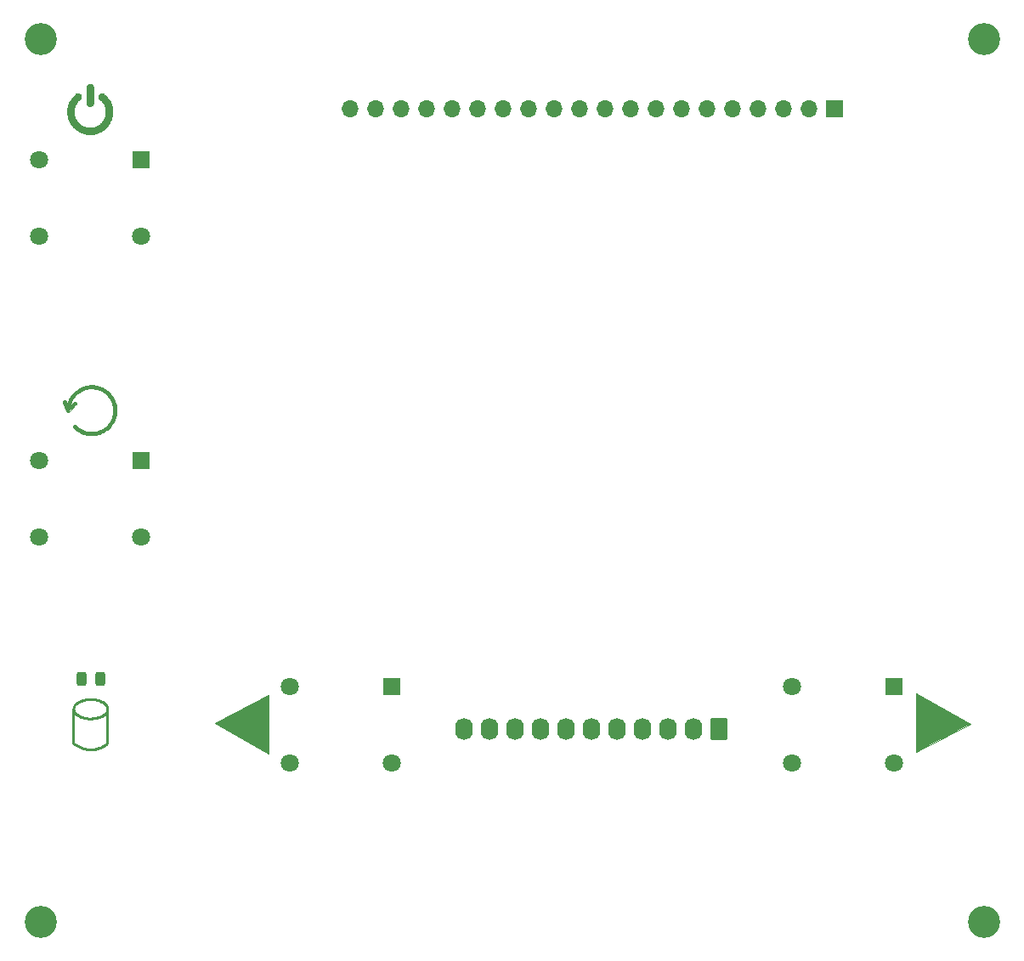
<source format=gbr>
%TF.GenerationSoftware,KiCad,Pcbnew,(5.99.0-8090-ga1d7a959f7)*%
%TF.CreationDate,2021-11-03T17:46:47+00:00*%
%TF.ProjectId,Front_Panel,46726f6e-745f-4506-916e-656c2e6b6963,rev?*%
%TF.SameCoordinates,Original*%
%TF.FileFunction,Soldermask,Top*%
%TF.FilePolarity,Negative*%
%FSLAX46Y46*%
G04 Gerber Fmt 4.6, Leading zero omitted, Abs format (unit mm)*
G04 Created by KiCad (PCBNEW (5.99.0-8090-ga1d7a959f7)) date 2021-11-03 17:46:47*
%MOMM*%
%LPD*%
G01*
G04 APERTURE LIST*
G04 Aperture macros list*
%AMRoundRect*
0 Rectangle with rounded corners*
0 $1 Rounding radius*
0 $2 $3 $4 $5 $6 $7 $8 $9 X,Y pos of 4 corners*
0 Add a 4 corners polygon primitive as box body*
4,1,4,$2,$3,$4,$5,$6,$7,$8,$9,$2,$3,0*
0 Add four circle primitives for the rounded corners*
1,1,$1+$1,$2,$3,0*
1,1,$1+$1,$4,$5,0*
1,1,$1+$1,$6,$7,0*
1,1,$1+$1,$8,$9,0*
0 Add four rect primitives between the rounded corners*
20,1,$1+$1,$2,$3,$4,$5,0*
20,1,$1+$1,$4,$5,$6,$7,0*
20,1,$1+$1,$6,$7,$8,$9,0*
20,1,$1+$1,$8,$9,$2,$3,0*%
G04 Aperture macros list end*
%ADD10C,0.289407*%
%ADD11C,0.289388*%
%ADD12C,0.010416*%
%ADD13C,0.010206*%
%ADD14C,0.100000*%
%ADD15C,3.200000*%
%ADD16R,1.800000X1.800000*%
%ADD17C,1.800000*%
%ADD18RoundRect,0.243750X-0.243750X-0.456250X0.243750X-0.456250X0.243750X0.456250X-0.243750X0.456250X0*%
%ADD19R,1.700000X1.700000*%
%ADD20O,1.700000X1.700000*%
%ADD21RoundRect,0.250000X0.620000X0.845000X-0.620000X0.845000X-0.620000X-0.845000X0.620000X-0.845000X0*%
%ADD22O,1.740000X2.190000*%
G04 APERTURE END LIST*
D10*
X74244917Y-123894620D02*
X74320023Y-123875452D01*
D11*
X73284467Y-128173587D02*
X73284467Y-124783832D01*
X75893224Y-128628996D02*
X75785970Y-128667334D01*
D10*
X75994465Y-125524390D02*
X75927989Y-125551076D01*
D11*
X74889932Y-128798354D02*
X74743894Y-128788156D01*
D10*
X73781078Y-125434199D02*
X73671645Y-125366228D01*
D11*
X73627123Y-128405938D02*
X73456802Y-128297637D01*
X75169617Y-128793191D02*
X75031916Y-128799774D01*
X75431269Y-128759112D02*
X75302811Y-128779379D01*
X74440559Y-128738330D02*
X74283716Y-128697152D01*
X76178870Y-128501590D02*
X76089900Y-128545349D01*
X74283716Y-128697152D02*
X74123724Y-128644098D01*
D10*
X76288357Y-124148548D02*
X76385964Y-124222233D01*
X76470892Y-124301150D02*
X76542291Y-124384819D01*
D11*
X74123724Y-128644098D02*
X73960810Y-128578395D01*
D10*
X76572650Y-124428285D02*
X76599306Y-124472758D01*
X76288357Y-125366228D02*
X76235065Y-125400958D01*
X73387351Y-125086491D02*
X73360695Y-125042018D01*
X76599306Y-124472758D02*
X76622154Y-124518179D01*
X76673328Y-124708133D02*
X76675534Y-124757388D01*
X73293221Y-124855252D02*
X73286673Y-124806643D01*
X76542291Y-124384819D02*
X76572650Y-124428285D01*
X74171809Y-123915757D02*
X74244917Y-123894620D01*
X74980001Y-123800235D02*
X74980001Y-123800235D01*
X76542291Y-125129957D02*
X76508336Y-125172356D01*
X73901484Y-124018801D02*
X73965536Y-123990386D01*
X74171809Y-125599019D02*
X74032012Y-125551076D01*
D11*
X76520974Y-128294410D02*
X76405588Y-128371860D01*
D10*
X73360695Y-124472758D02*
X73387351Y-124428285D01*
X75484200Y-125671510D02*
X75403741Y-125684408D01*
X73781078Y-124080577D02*
X73839962Y-124048884D01*
X76385964Y-124222233D02*
X76470892Y-124301150D01*
X74980001Y-125714541D02*
X74806642Y-125709600D01*
X73304003Y-124903154D02*
X73293221Y-124855252D01*
D11*
X76261293Y-128457572D02*
X76178870Y-128501590D01*
X75994609Y-128588076D02*
X75893224Y-128628996D01*
D10*
X73451665Y-124342421D02*
X73489109Y-124301150D01*
X76572650Y-125086491D02*
X76542291Y-125129957D01*
X76178924Y-125434199D02*
X76120039Y-125465892D01*
X75788192Y-123915757D02*
X75927989Y-123963700D01*
X75321710Y-125695096D02*
X75238214Y-125703513D01*
X76675534Y-124757388D02*
X76673328Y-124806643D01*
X76235065Y-125400958D02*
X76178924Y-125434199D01*
X73284467Y-124757388D02*
X73284467Y-124757388D01*
D11*
X76605636Y-128231416D02*
X76520974Y-128294410D01*
D10*
X73724936Y-124113818D02*
X73781078Y-124080577D01*
X76622154Y-124518179D02*
X76641087Y-124564487D01*
X76430066Y-125253709D02*
X76385964Y-125292543D01*
X73489109Y-124301150D02*
X73529935Y-124261067D01*
X76622154Y-124996597D02*
X76599306Y-125042018D01*
X76508336Y-125172356D02*
X76470892Y-125213626D01*
X73671645Y-125366228D02*
X73574038Y-125292543D01*
X73293221Y-124659524D02*
X73304003Y-124611622D01*
X74980001Y-125714541D02*
X74980001Y-125714541D01*
X75562982Y-125656462D02*
X75484200Y-125671510D01*
X74320023Y-125639324D02*
X74171809Y-125599019D01*
X73286673Y-124806643D02*
X73284467Y-124757388D01*
X76599306Y-125042018D02*
X76572650Y-125086491D01*
X73574038Y-125292543D02*
X73489109Y-125213626D01*
X75859196Y-125575972D02*
X75788192Y-125599019D01*
D11*
X75302811Y-128779379D02*
X75169617Y-128793191D01*
D10*
X76470892Y-125213626D02*
X76430066Y-125253709D01*
D11*
X74743894Y-128788156D02*
X74594028Y-128768406D01*
X76675542Y-128173587D02*
X76675542Y-128173587D01*
X73795201Y-128499266D02*
X73627123Y-128405938D01*
D10*
X73671645Y-124148548D02*
X73724936Y-124113818D01*
X76655998Y-124611622D02*
X76666781Y-124659524D01*
X74638292Y-125695096D02*
X74475801Y-125671510D01*
X74320023Y-123875452D02*
X74397020Y-123858314D01*
X76666781Y-124855252D02*
X76655998Y-124903154D01*
X73318914Y-124564487D02*
X73337847Y-124518179D01*
X76675534Y-124757388D02*
X76675534Y-124757388D01*
X76058517Y-125495976D02*
X75994465Y-125524390D01*
D11*
X76089900Y-128545349D02*
X75994609Y-128588076D01*
D10*
X74397020Y-123858314D02*
X74475801Y-123843266D01*
X73839962Y-124048884D02*
X73901484Y-124018801D01*
X73965536Y-123990386D02*
X74032012Y-123963700D01*
X73304003Y-124611622D02*
X73318914Y-124564487D01*
X75484200Y-123843266D02*
X75639979Y-123875452D01*
X73318914Y-124950289D02*
X73304003Y-124903154D01*
X73337847Y-124996597D02*
X73318914Y-124950289D01*
X73901484Y-125495976D02*
X73781078Y-125434199D01*
X75403741Y-125684408D02*
X75321710Y-125695096D01*
X73284467Y-124757388D02*
X73286673Y-124708133D01*
D12*
X72357861Y-94012000D02*
X72365923Y-94009003D01*
X72365923Y-94009003D02*
X72374038Y-94006446D01*
X72374038Y-94006446D02*
X72382192Y-94004322D01*
X72382192Y-94004322D02*
X72390371Y-94002625D01*
X72390371Y-94002625D02*
X72398562Y-94001351D01*
X72398562Y-94001351D02*
X72406751Y-94000492D01*
X72406751Y-94000492D02*
X72414925Y-94000044D01*
X72414925Y-94000044D02*
X72423069Y-94000000D01*
X72423069Y-94000000D02*
X72431170Y-94000355D01*
X72431170Y-94000355D02*
X72439215Y-94001102D01*
X72439215Y-94001102D02*
X72447189Y-94002236D01*
X72447189Y-94002236D02*
X72455079Y-94003750D01*
X72455079Y-94003750D02*
X72462872Y-94005640D01*
X72462872Y-94005640D02*
X72470553Y-94007899D01*
X72470553Y-94007899D02*
X72478109Y-94010521D01*
X72478109Y-94010521D02*
X72485527Y-94013500D01*
X72485527Y-94013500D02*
X72492792Y-94016831D01*
X72492792Y-94016831D02*
X72499892Y-94020508D01*
X72499892Y-94020508D02*
X72506811Y-94024525D01*
X72506811Y-94024525D02*
X72513538Y-94028875D01*
X72513538Y-94028875D02*
X72520057Y-94033554D01*
X72520057Y-94033554D02*
X72526355Y-94038555D01*
X72526355Y-94038555D02*
X72532419Y-94043872D01*
X72532419Y-94043872D02*
X72538235Y-94049500D01*
X72538235Y-94049500D02*
X72543790Y-94055433D01*
X72543790Y-94055433D02*
X72549069Y-94061664D01*
X72549069Y-94061664D02*
X72554059Y-94068189D01*
X72554059Y-94068189D02*
X72558746Y-94075000D01*
X72558746Y-94075000D02*
X72563117Y-94082093D01*
X72563117Y-94082093D02*
X72567157Y-94089461D01*
X72567157Y-94089461D02*
X72570854Y-94097099D01*
X72570854Y-94097099D02*
X72574194Y-94105000D01*
X72574194Y-94105000D02*
X72673861Y-94354334D01*
X72673861Y-94354334D02*
X72702697Y-94255196D01*
X72702697Y-94255196D02*
X72735457Y-94157782D01*
X72735457Y-94157782D02*
X72772048Y-94062186D01*
X72772048Y-94062186D02*
X72812380Y-93968501D01*
X72812380Y-93968501D02*
X72856360Y-93876820D01*
X72856360Y-93876820D02*
X72903895Y-93787236D01*
X72903895Y-93787236D02*
X72954895Y-93699844D01*
X72954895Y-93699844D02*
X73009267Y-93614735D01*
X73009267Y-93614735D02*
X73066919Y-93532004D01*
X73066919Y-93532004D02*
X73127759Y-93451743D01*
X73127759Y-93451743D02*
X73191696Y-93374047D01*
X73191696Y-93374047D02*
X73258638Y-93299008D01*
X73258638Y-93299008D02*
X73328492Y-93226719D01*
X73328492Y-93226719D02*
X73401167Y-93157275D01*
X73401167Y-93157275D02*
X73476570Y-93090768D01*
X73476570Y-93090768D02*
X73554610Y-93027292D01*
X73554610Y-93027292D02*
X73635196Y-92966940D01*
X73635196Y-92966940D02*
X73718234Y-92909805D01*
X73718234Y-92909805D02*
X73803633Y-92855981D01*
X73803633Y-92855981D02*
X73891302Y-92805561D01*
X73891302Y-92805561D02*
X73981147Y-92758638D01*
X73981147Y-92758638D02*
X74073078Y-92715306D01*
X74073078Y-92715306D02*
X74167003Y-92675658D01*
X74167003Y-92675658D02*
X74262829Y-92639787D01*
X74262829Y-92639787D02*
X74360464Y-92607787D01*
X74360464Y-92607787D02*
X74459818Y-92579750D01*
X74459818Y-92579750D02*
X74560797Y-92555771D01*
X74560797Y-92555771D02*
X74663309Y-92535943D01*
X74663309Y-92535943D02*
X74767264Y-92520358D01*
X74767264Y-92520358D02*
X74872569Y-92509110D01*
X74872569Y-92509110D02*
X74979131Y-92502294D01*
X74979131Y-92502294D02*
X75086860Y-92500001D01*
X75086860Y-92500001D02*
X75215330Y-92503259D01*
X75215330Y-92503259D02*
X75342133Y-92512930D01*
X75342133Y-92512930D02*
X75467113Y-92528855D01*
X75467113Y-92528855D02*
X75590110Y-92550875D01*
X75590110Y-92550875D02*
X75710967Y-92578834D01*
X75710967Y-92578834D02*
X75829524Y-92612571D01*
X75829524Y-92612571D02*
X75945625Y-92651929D01*
X75945625Y-92651929D02*
X76059110Y-92696750D01*
X76059110Y-92696750D02*
X76169822Y-92746876D01*
X76169822Y-92746876D02*
X76277602Y-92802149D01*
X76277602Y-92802149D02*
X76382293Y-92862410D01*
X76382293Y-92862410D02*
X76483735Y-92927500D01*
X76483735Y-92927500D02*
X76581771Y-92997263D01*
X76581771Y-92997263D02*
X76676243Y-93071540D01*
X76676243Y-93071540D02*
X76766992Y-93150171D01*
X76766992Y-93150171D02*
X76853860Y-93233000D01*
X76853860Y-93233000D02*
X76936689Y-93319869D01*
X76936689Y-93319869D02*
X77015321Y-93410618D01*
X77015321Y-93410618D02*
X77089597Y-93505089D01*
X77089597Y-93505089D02*
X77159360Y-93603125D01*
X77159360Y-93603125D02*
X77224451Y-93704568D01*
X77224451Y-93704568D02*
X77284711Y-93809258D01*
X77284711Y-93809258D02*
X77339984Y-93917038D01*
X77339984Y-93917038D02*
X77390110Y-94027750D01*
X77390110Y-94027750D02*
X77434931Y-94141236D01*
X77434931Y-94141236D02*
X77474289Y-94257336D01*
X77474289Y-94257336D02*
X77508027Y-94375894D01*
X77508027Y-94375894D02*
X77535985Y-94496750D01*
X77535985Y-94496750D02*
X77558005Y-94619747D01*
X77558005Y-94619747D02*
X77573930Y-94744727D01*
X77573930Y-94744727D02*
X77583601Y-94871531D01*
X77583601Y-94871531D02*
X77586860Y-95000000D01*
X77586860Y-95000000D02*
X77583601Y-95128470D01*
X77583601Y-95128470D02*
X77573930Y-95255274D01*
X77573930Y-95255274D02*
X77558005Y-95380253D01*
X77558005Y-95380253D02*
X77535985Y-95503250D01*
X77535985Y-95503250D02*
X77508027Y-95624107D01*
X77508027Y-95624107D02*
X77474289Y-95742664D01*
X77474289Y-95742664D02*
X77434931Y-95858765D01*
X77434931Y-95858765D02*
X77390110Y-95972250D01*
X77390110Y-95972250D02*
X77339984Y-96082962D01*
X77339984Y-96082962D02*
X77284711Y-96190742D01*
X77284711Y-96190742D02*
X77224450Y-96295433D01*
X77224450Y-96295433D02*
X77159360Y-96396875D01*
X77159360Y-96396875D02*
X77089597Y-96494911D01*
X77089597Y-96494911D02*
X77015321Y-96589383D01*
X77015321Y-96589383D02*
X76936689Y-96680132D01*
X76936689Y-96680132D02*
X76853860Y-96767000D01*
X76853860Y-96767000D02*
X76766992Y-96849829D01*
X76766992Y-96849829D02*
X76676243Y-96928461D01*
X76676243Y-96928461D02*
X76581771Y-97002737D01*
X76581771Y-97002737D02*
X76483735Y-97072500D01*
X76483735Y-97072500D02*
X76382292Y-97137591D01*
X76382292Y-97137591D02*
X76277602Y-97197852D01*
X76277602Y-97197852D02*
X76169822Y-97253124D01*
X76169822Y-97253124D02*
X76059110Y-97303250D01*
X76059110Y-97303250D02*
X75945625Y-97348071D01*
X75945625Y-97348071D02*
X75829524Y-97387430D01*
X75829524Y-97387430D02*
X75710966Y-97421167D01*
X75710966Y-97421167D02*
X75590110Y-97449125D01*
X75590110Y-97449125D02*
X75467113Y-97471146D01*
X75467113Y-97471146D02*
X75342133Y-97487070D01*
X75342133Y-97487070D02*
X75215330Y-97496741D01*
X75215330Y-97496741D02*
X75086860Y-97500000D01*
X75086860Y-97500000D02*
X74962169Y-97496965D01*
X74962169Y-97496965D02*
X74838585Y-97487906D01*
X74838585Y-97487906D02*
X74716274Y-97472892D01*
X74716274Y-97472892D02*
X74595407Y-97451995D01*
X74595407Y-97451995D02*
X74476151Y-97425283D01*
X74476151Y-97425283D02*
X74358675Y-97392826D01*
X74358675Y-97392826D02*
X74243147Y-97354695D01*
X74243147Y-97354695D02*
X74129735Y-97310959D01*
X74129735Y-97310959D02*
X74018609Y-97261687D01*
X74018609Y-97261687D02*
X73909937Y-97206950D01*
X73909937Y-97206950D02*
X73803886Y-97146818D01*
X73803886Y-97146818D02*
X73700626Y-97081360D01*
X73700626Y-97081360D02*
X73600325Y-97010646D01*
X73600325Y-97010646D02*
X73503152Y-96934746D01*
X73503152Y-96934746D02*
X73409274Y-96853730D01*
X73409274Y-96853730D02*
X73318860Y-96767667D01*
X73318860Y-96767667D02*
X73312957Y-96761457D01*
X73312957Y-96761457D02*
X73307435Y-96755023D01*
X73307435Y-96755023D02*
X73302293Y-96748381D01*
X73302293Y-96748381D02*
X73297532Y-96741545D01*
X73297532Y-96741545D02*
X73293153Y-96734530D01*
X73293153Y-96734530D02*
X73289154Y-96727352D01*
X73289154Y-96727352D02*
X73285535Y-96720024D01*
X73285535Y-96720024D02*
X73282298Y-96712563D01*
X73282298Y-96712563D02*
X73279442Y-96704982D01*
X73279442Y-96704982D02*
X73276966Y-96697298D01*
X73276966Y-96697298D02*
X73274871Y-96689523D01*
X73274871Y-96689523D02*
X73273157Y-96681675D01*
X73273157Y-96681675D02*
X73271824Y-96673767D01*
X73271824Y-96673767D02*
X73270872Y-96665814D01*
X73270872Y-96665814D02*
X73270301Y-96657831D01*
X73270301Y-96657831D02*
X73270111Y-96649834D01*
X73270111Y-96649834D02*
X73270301Y-96641836D01*
X73270301Y-96641836D02*
X73270872Y-96633853D01*
X73270872Y-96633853D02*
X73271824Y-96625901D01*
X73271824Y-96625901D02*
X73273157Y-96617992D01*
X73273157Y-96617992D02*
X73274871Y-96610144D01*
X73274871Y-96610144D02*
X73276966Y-96602370D01*
X73276966Y-96602370D02*
X73279442Y-96594685D01*
X73279442Y-96594685D02*
X73282298Y-96587104D01*
X73282298Y-96587104D02*
X73285535Y-96579643D01*
X73285535Y-96579643D02*
X73289154Y-96572316D01*
X73289154Y-96572316D02*
X73293153Y-96565137D01*
X73293153Y-96565137D02*
X73297532Y-96558123D01*
X73297532Y-96558123D02*
X73302293Y-96551287D01*
X73302293Y-96551287D02*
X73307435Y-96544645D01*
X73307435Y-96544645D02*
X73312957Y-96538211D01*
X73312957Y-96538211D02*
X73318860Y-96532001D01*
X73318860Y-96532001D02*
X73325071Y-96526097D01*
X73325071Y-96526097D02*
X73331505Y-96520575D01*
X73331505Y-96520575D02*
X73338147Y-96515433D01*
X73338147Y-96515433D02*
X73344983Y-96510672D01*
X73344983Y-96510672D02*
X73351997Y-96506293D01*
X73351997Y-96506293D02*
X73359176Y-96502294D01*
X73359176Y-96502294D02*
X73366503Y-96498675D01*
X73366503Y-96498675D02*
X73373965Y-96495438D01*
X73373965Y-96495438D02*
X73381545Y-96492582D01*
X73381545Y-96492582D02*
X73389230Y-96490106D01*
X73389230Y-96490106D02*
X73397004Y-96488011D01*
X73397004Y-96488011D02*
X73404853Y-96486297D01*
X73404853Y-96486297D02*
X73412761Y-96484964D01*
X73412761Y-96484964D02*
X73420714Y-96484012D01*
X73420714Y-96484012D02*
X73428696Y-96483441D01*
X73428696Y-96483441D02*
X73436694Y-96483251D01*
X73436694Y-96483251D02*
X73444691Y-96483441D01*
X73444691Y-96483441D02*
X73452674Y-96484012D01*
X73452674Y-96484012D02*
X73460627Y-96484964D01*
X73460627Y-96484964D02*
X73468535Y-96486297D01*
X73468535Y-96486297D02*
X73476383Y-96488011D01*
X73476383Y-96488011D02*
X73484158Y-96490106D01*
X73484158Y-96490106D02*
X73491842Y-96492582D01*
X73491842Y-96492582D02*
X73499423Y-96495438D01*
X73499423Y-96495438D02*
X73506884Y-96498675D01*
X73506884Y-96498675D02*
X73514212Y-96502294D01*
X73514212Y-96502294D02*
X73521390Y-96506293D01*
X73521390Y-96506293D02*
X73528405Y-96510672D01*
X73528405Y-96510672D02*
X73535240Y-96515433D01*
X73535240Y-96515433D02*
X73541883Y-96520575D01*
X73541883Y-96520575D02*
X73548317Y-96526097D01*
X73548317Y-96526097D02*
X73554527Y-96532001D01*
X73554527Y-96532001D02*
X73632893Y-96606584D01*
X73632893Y-96606584D02*
X73714268Y-96676795D01*
X73714268Y-96676795D02*
X73798504Y-96742572D01*
X73798504Y-96742572D02*
X73885454Y-96803855D01*
X73885454Y-96803855D02*
X73974970Y-96860583D01*
X73974970Y-96860583D02*
X74066906Y-96912696D01*
X74066906Y-96912696D02*
X74161113Y-96960133D01*
X74161113Y-96960133D02*
X74257444Y-97002834D01*
X74257444Y-97002834D02*
X74355751Y-97040737D01*
X74355751Y-97040737D02*
X74455888Y-97073784D01*
X74455888Y-97073784D02*
X74557706Y-97101912D01*
X74557706Y-97101912D02*
X74661058Y-97125062D01*
X74661058Y-97125062D02*
X74765797Y-97143173D01*
X74765797Y-97143173D02*
X74871775Y-97156185D01*
X74871775Y-97156185D02*
X74978846Y-97164036D01*
X74978846Y-97164036D02*
X75086860Y-97166667D01*
X75086860Y-97166667D02*
X75198185Y-97163842D01*
X75198185Y-97163842D02*
X75308068Y-97155459D01*
X75308068Y-97155459D02*
X75416371Y-97141655D01*
X75416371Y-97141655D02*
X75522959Y-97122568D01*
X75522959Y-97122568D02*
X75627693Y-97098334D01*
X75627693Y-97098334D02*
X75730436Y-97069090D01*
X75730436Y-97069090D02*
X75831051Y-97034975D01*
X75831051Y-97034975D02*
X75929402Y-96996125D01*
X75929402Y-96996125D02*
X76025349Y-96952677D01*
X76025349Y-96952677D02*
X76118758Y-96904769D01*
X76118758Y-96904769D02*
X76209489Y-96852537D01*
X76209489Y-96852537D02*
X76297407Y-96796120D01*
X76297407Y-96796120D02*
X76382373Y-96735653D01*
X76382373Y-96735653D02*
X76464251Y-96671275D01*
X76464251Y-96671275D02*
X76542904Y-96603123D01*
X76542904Y-96603123D02*
X76618193Y-96531333D01*
X76618193Y-96531333D02*
X76689983Y-96456044D01*
X76689983Y-96456044D02*
X76758135Y-96377391D01*
X76758135Y-96377391D02*
X76822513Y-96295513D01*
X76822513Y-96295513D02*
X76882980Y-96210547D01*
X76882980Y-96210547D02*
X76939397Y-96122630D01*
X76939397Y-96122630D02*
X76991629Y-96031898D01*
X76991629Y-96031898D02*
X77039537Y-95938490D01*
X77039537Y-95938490D02*
X77082985Y-95842542D01*
X77082985Y-95842542D02*
X77121835Y-95744192D01*
X77121835Y-95744192D02*
X77155950Y-95643576D01*
X77155950Y-95643576D02*
X77185194Y-95540833D01*
X77185194Y-95540833D02*
X77209428Y-95436099D01*
X77209428Y-95436099D02*
X77228515Y-95329512D01*
X77228515Y-95329512D02*
X77242319Y-95221208D01*
X77242319Y-95221208D02*
X77250702Y-95111325D01*
X77250702Y-95111325D02*
X77253527Y-95000000D01*
X77253527Y-95000000D02*
X77250702Y-94888675D01*
X77250702Y-94888675D02*
X77242319Y-94778793D01*
X77242319Y-94778793D02*
X77228515Y-94670489D01*
X77228515Y-94670489D02*
X77209428Y-94563901D01*
X77209428Y-94563901D02*
X77185194Y-94459167D01*
X77185194Y-94459167D02*
X77155950Y-94356424D01*
X77155950Y-94356424D02*
X77121835Y-94255809D01*
X77121835Y-94255809D02*
X77082985Y-94157459D01*
X77082985Y-94157459D02*
X77039537Y-94061511D01*
X77039537Y-94061511D02*
X76991629Y-93968103D01*
X76991629Y-93968103D02*
X76939397Y-93877371D01*
X76939397Y-93877371D02*
X76882980Y-93789453D01*
X76882980Y-93789453D02*
X76822513Y-93704487D01*
X76822513Y-93704487D02*
X76758135Y-93622609D01*
X76758135Y-93622609D02*
X76689983Y-93543957D01*
X76689983Y-93543957D02*
X76618193Y-93468667D01*
X76618193Y-93468667D02*
X76542904Y-93396877D01*
X76542904Y-93396877D02*
X76464251Y-93328725D01*
X76464251Y-93328725D02*
X76382373Y-93264347D01*
X76382373Y-93264347D02*
X76297407Y-93203881D01*
X76297407Y-93203881D02*
X76209489Y-93147463D01*
X76209489Y-93147463D02*
X76118758Y-93095231D01*
X76118758Y-93095231D02*
X76025349Y-93047323D01*
X76025349Y-93047323D02*
X75929402Y-93003875D01*
X75929402Y-93003875D02*
X75831051Y-92965025D01*
X75831051Y-92965025D02*
X75730436Y-92930910D01*
X75730436Y-92930910D02*
X75627693Y-92901667D01*
X75627693Y-92901667D02*
X75522959Y-92877433D01*
X75522959Y-92877433D02*
X75416371Y-92858345D01*
X75416371Y-92858345D02*
X75308068Y-92844541D01*
X75308068Y-92844541D02*
X75198185Y-92836158D01*
X75198185Y-92836158D02*
X75086860Y-92833334D01*
X75086860Y-92833334D02*
X74989840Y-92835479D01*
X74989840Y-92835479D02*
X74893903Y-92841853D01*
X74893903Y-92841853D02*
X74799138Y-92852367D01*
X74799138Y-92852367D02*
X74705637Y-92866929D01*
X74705637Y-92866929D02*
X74613491Y-92885448D01*
X74613491Y-92885448D02*
X74522788Y-92907834D01*
X74522788Y-92907834D02*
X74433621Y-92933996D01*
X74433621Y-92933996D02*
X74346079Y-92963844D01*
X74346079Y-92963844D02*
X74260253Y-92997286D01*
X74260253Y-92997286D02*
X74176233Y-93034233D01*
X74176233Y-93034233D02*
X74094110Y-93074593D01*
X74094110Y-93074593D02*
X74013974Y-93118275D01*
X74013974Y-93118275D02*
X73860025Y-93215245D01*
X73860025Y-93215245D02*
X73715110Y-93324417D01*
X73715110Y-93324417D02*
X73579954Y-93445066D01*
X73579954Y-93445066D02*
X73455278Y-93576465D01*
X73455278Y-93576465D02*
X73341808Y-93717890D01*
X73341808Y-93717890D02*
X73240267Y-93868615D01*
X73240267Y-93868615D02*
X73194195Y-93947238D01*
X73194195Y-93947238D02*
X73151378Y-94027914D01*
X73151378Y-94027914D02*
X73111904Y-94110552D01*
X73111904Y-94110552D02*
X73075864Y-94195061D01*
X73075864Y-94195061D02*
X73043350Y-94281352D01*
X73043350Y-94281352D02*
X73014451Y-94369332D01*
X73014451Y-94369332D02*
X72989258Y-94458912D01*
X72989258Y-94458912D02*
X72967860Y-94550000D01*
X72967860Y-94550000D02*
X73302194Y-94215334D01*
X73302194Y-94215334D02*
X73308404Y-94209430D01*
X73308404Y-94209430D02*
X73314838Y-94203908D01*
X73314838Y-94203908D02*
X73321480Y-94198766D01*
X73321480Y-94198766D02*
X73328316Y-94194005D01*
X73328316Y-94194005D02*
X73335331Y-94189626D01*
X73335331Y-94189626D02*
X73342509Y-94185627D01*
X73342509Y-94185627D02*
X73349837Y-94182008D01*
X73349837Y-94182008D02*
X73357298Y-94178771D01*
X73357298Y-94178771D02*
X73364878Y-94175915D01*
X73364878Y-94175915D02*
X73372563Y-94173439D01*
X73372563Y-94173439D02*
X73380337Y-94171344D01*
X73380337Y-94171344D02*
X73388186Y-94169630D01*
X73388186Y-94169630D02*
X73396094Y-94168297D01*
X73396094Y-94168297D02*
X73404047Y-94167345D01*
X73404047Y-94167345D02*
X73412030Y-94166774D01*
X73412030Y-94166774D02*
X73420027Y-94166584D01*
X73420027Y-94166584D02*
X73428025Y-94166774D01*
X73428025Y-94166774D02*
X73436007Y-94167345D01*
X73436007Y-94167345D02*
X73443960Y-94168297D01*
X73443960Y-94168297D02*
X73451868Y-94169630D01*
X73451868Y-94169630D02*
X73459717Y-94171344D01*
X73459717Y-94171344D02*
X73467491Y-94173439D01*
X73467491Y-94173439D02*
X73475176Y-94175915D01*
X73475176Y-94175915D02*
X73482756Y-94178771D01*
X73482756Y-94178771D02*
X73490218Y-94182008D01*
X73490218Y-94182008D02*
X73497545Y-94185627D01*
X73497545Y-94185627D02*
X73504723Y-94189626D01*
X73504723Y-94189626D02*
X73511738Y-94194005D01*
X73511738Y-94194005D02*
X73518574Y-94198766D01*
X73518574Y-94198766D02*
X73525216Y-94203908D01*
X73525216Y-94203908D02*
X73531650Y-94209430D01*
X73531650Y-94209430D02*
X73537860Y-94215334D01*
X73537860Y-94215334D02*
X73543764Y-94221544D01*
X73543764Y-94221544D02*
X73549286Y-94227978D01*
X73549286Y-94227978D02*
X73554428Y-94234620D01*
X73554428Y-94234620D02*
X73559188Y-94241456D01*
X73559188Y-94241456D02*
X73563568Y-94248471D01*
X73563568Y-94248471D02*
X73567567Y-94255649D01*
X73567567Y-94255649D02*
X73571185Y-94262976D01*
X73571185Y-94262976D02*
X73574423Y-94270438D01*
X73574423Y-94270438D02*
X73577279Y-94278018D01*
X73577279Y-94278018D02*
X73579755Y-94285703D01*
X73579755Y-94285703D02*
X73581850Y-94293477D01*
X73581850Y-94293477D02*
X73583563Y-94301326D01*
X73583563Y-94301326D02*
X73584896Y-94309234D01*
X73584896Y-94309234D02*
X73585849Y-94317187D01*
X73585849Y-94317187D02*
X73586420Y-94325169D01*
X73586420Y-94325169D02*
X73586610Y-94333167D01*
X73586610Y-94333167D02*
X73586420Y-94341164D01*
X73586420Y-94341164D02*
X73585849Y-94349147D01*
X73585849Y-94349147D02*
X73584896Y-94357100D01*
X73584896Y-94357100D02*
X73583563Y-94365008D01*
X73583563Y-94365008D02*
X73581850Y-94372857D01*
X73581850Y-94372857D02*
X73579755Y-94380631D01*
X73579755Y-94380631D02*
X73577279Y-94388316D01*
X73577279Y-94388316D02*
X73574423Y-94395896D01*
X73574423Y-94395896D02*
X73571185Y-94403357D01*
X73571185Y-94403357D02*
X73567567Y-94410685D01*
X73567567Y-94410685D02*
X73563568Y-94417863D01*
X73563568Y-94417863D02*
X73559188Y-94424878D01*
X73559188Y-94424878D02*
X73554428Y-94431714D01*
X73554428Y-94431714D02*
X73549286Y-94438356D01*
X73549286Y-94438356D02*
X73543764Y-94444790D01*
X73543764Y-94444790D02*
X73537860Y-94451000D01*
X73537860Y-94451000D02*
X72871194Y-95117667D01*
X72871194Y-95117667D02*
X72870491Y-95118328D01*
X72870491Y-95118328D02*
X72869761Y-95118941D01*
X72869761Y-95118941D02*
X72869006Y-95119512D01*
X72869006Y-95119512D02*
X72868230Y-95120047D01*
X72868230Y-95120047D02*
X72867437Y-95120553D01*
X72867437Y-95120553D02*
X72866629Y-95121036D01*
X72866629Y-95121036D02*
X72864985Y-95121958D01*
X72864985Y-95121958D02*
X72863326Y-95122865D01*
X72863326Y-95122865D02*
X72861678Y-95123807D01*
X72861678Y-95123807D02*
X72860867Y-95124308D01*
X72860867Y-95124308D02*
X72860069Y-95124835D01*
X72860069Y-95124835D02*
X72859288Y-95125398D01*
X72859288Y-95125398D02*
X72858527Y-95126000D01*
X72858527Y-95126000D02*
X72853757Y-95129977D01*
X72853757Y-95129977D02*
X72848933Y-95133880D01*
X72848933Y-95133880D02*
X72844031Y-95137666D01*
X72844031Y-95137666D02*
X72841543Y-95139501D01*
X72841543Y-95139501D02*
X72839027Y-95141292D01*
X72839027Y-95141292D02*
X72836480Y-95143031D01*
X72836480Y-95143031D02*
X72833898Y-95144714D01*
X72833898Y-95144714D02*
X72831279Y-95146336D01*
X72831279Y-95146336D02*
X72828621Y-95147891D01*
X72828621Y-95147891D02*
X72825919Y-95149373D01*
X72825919Y-95149373D02*
X72823172Y-95150778D01*
X72823172Y-95150778D02*
X72820375Y-95152100D01*
X72820375Y-95152100D02*
X72817527Y-95153333D01*
X72817527Y-95153333D02*
X72813754Y-95154966D01*
X72813754Y-95154966D02*
X72809937Y-95156490D01*
X72809937Y-95156490D02*
X72806079Y-95157906D01*
X72806079Y-95157906D02*
X72802183Y-95159214D01*
X72802183Y-95159214D02*
X72798252Y-95160414D01*
X72798252Y-95160414D02*
X72794288Y-95161507D01*
X72794288Y-95161507D02*
X72790296Y-95162494D01*
X72790296Y-95162494D02*
X72786277Y-95163375D01*
X72786277Y-95163375D02*
X72782234Y-95164150D01*
X72782234Y-95164150D02*
X72778171Y-95164821D01*
X72778171Y-95164821D02*
X72774091Y-95165387D01*
X72774091Y-95165387D02*
X72769996Y-95165849D01*
X72769996Y-95165849D02*
X72765889Y-95166207D01*
X72765889Y-95166207D02*
X72761773Y-95166463D01*
X72761773Y-95166463D02*
X72757651Y-95166616D01*
X72757651Y-95166616D02*
X72753527Y-95166667D01*
X72753527Y-95166667D02*
X72749387Y-95166619D01*
X72749387Y-95166619D02*
X72745220Y-95166474D01*
X72745220Y-95166474D02*
X72741029Y-95166227D01*
X72741029Y-95166227D02*
X72736819Y-95165875D01*
X72736819Y-95165875D02*
X72732593Y-95165413D01*
X72732593Y-95165413D02*
X72728355Y-95164838D01*
X72728355Y-95164838D02*
X72724110Y-95164146D01*
X72724110Y-95164146D02*
X72719860Y-95163333D01*
X72719860Y-95163333D02*
X72719426Y-95163232D01*
X72719426Y-95163232D02*
X72719000Y-95163116D01*
X72719000Y-95163116D02*
X72718168Y-95162843D01*
X72718168Y-95162843D02*
X72717360Y-95162522D01*
X72717360Y-95162522D02*
X72716574Y-95162161D01*
X72716574Y-95162161D02*
X72715805Y-95161767D01*
X72715805Y-95161767D02*
X72715050Y-95161347D01*
X72715050Y-95161347D02*
X72713569Y-95160458D01*
X72713569Y-95160458D02*
X72712103Y-95159554D01*
X72712103Y-95159554D02*
X72711368Y-95159114D01*
X72711368Y-95159114D02*
X72710626Y-95158692D01*
X72710626Y-95158692D02*
X72709874Y-95158296D01*
X72709874Y-95158296D02*
X72709110Y-95157933D01*
X72709110Y-95157933D02*
X72708328Y-95157609D01*
X72708328Y-95157609D02*
X72707527Y-95157333D01*
X72707527Y-95157333D02*
X72704359Y-95156365D01*
X72704359Y-95156365D02*
X72701229Y-95155334D01*
X72701229Y-95155334D02*
X72698136Y-95154244D01*
X72698136Y-95154244D02*
X72695079Y-95153094D01*
X72695079Y-95153094D02*
X72692057Y-95151885D01*
X72692057Y-95151885D02*
X72689070Y-95150618D01*
X72689070Y-95150618D02*
X72683194Y-95147917D01*
X72683194Y-95147917D02*
X72677442Y-95144996D01*
X72677442Y-95144996D02*
X72671808Y-95141864D01*
X72671808Y-95141864D02*
X72666283Y-95138530D01*
X72666283Y-95138530D02*
X72660860Y-95135000D01*
X72660860Y-95135000D02*
X72658486Y-95133431D01*
X72658486Y-95133431D02*
X72656121Y-95131948D01*
X72656121Y-95131948D02*
X72651443Y-95129083D01*
X72651443Y-95129083D02*
X72649148Y-95127624D01*
X72649148Y-95127624D02*
X72646891Y-95126094D01*
X72646891Y-95126094D02*
X72645780Y-95125290D01*
X72645780Y-95125290D02*
X72644682Y-95124454D01*
X72644682Y-95124454D02*
X72643597Y-95123581D01*
X72643597Y-95123581D02*
X72642527Y-95122667D01*
X72642527Y-95122667D02*
X72639125Y-95119506D01*
X72639125Y-95119506D02*
X72635798Y-95116275D01*
X72635798Y-95116275D02*
X72632548Y-95112971D01*
X72632548Y-95112971D02*
X72629381Y-95109594D01*
X72629381Y-95109594D02*
X72626300Y-95106142D01*
X72626300Y-95106142D02*
X72623308Y-95102616D01*
X72623308Y-95102616D02*
X72620410Y-95099013D01*
X72620410Y-95099013D02*
X72617610Y-95095333D01*
X72617610Y-95095333D02*
X72614912Y-95091575D01*
X72614912Y-95091575D02*
X72612319Y-95087738D01*
X72612319Y-95087738D02*
X72609835Y-95083821D01*
X72609835Y-95083821D02*
X72607464Y-95079823D01*
X72607464Y-95079823D02*
X72605211Y-95075743D01*
X72605211Y-95075743D02*
X72603079Y-95071579D01*
X72603079Y-95071579D02*
X72601072Y-95067332D01*
X72601072Y-95067332D02*
X72599194Y-95063000D01*
X72599194Y-95063000D02*
X72599193Y-95062969D01*
X72599193Y-95062969D02*
X72599190Y-95062937D01*
X72599190Y-95062937D02*
X72599185Y-95062906D01*
X72599185Y-95062906D02*
X72599179Y-95062875D01*
X72599179Y-95062875D02*
X72599170Y-95062844D01*
X72599170Y-95062844D02*
X72599161Y-95062812D01*
X72599161Y-95062812D02*
X72599149Y-95062781D01*
X72599149Y-95062781D02*
X72599136Y-95062750D01*
X72599136Y-95062750D02*
X72599106Y-95062687D01*
X72599106Y-95062687D02*
X72599071Y-95062625D01*
X72599071Y-95062625D02*
X72599030Y-95062562D01*
X72599030Y-95062562D02*
X72598985Y-95062500D01*
X72598985Y-95062500D02*
X72598936Y-95062437D01*
X72598936Y-95062437D02*
X72598884Y-95062375D01*
X72598884Y-95062375D02*
X72598829Y-95062312D01*
X72598829Y-95062312D02*
X72598772Y-95062250D01*
X72598772Y-95062250D02*
X72598651Y-95062125D01*
X72598651Y-95062125D02*
X72598527Y-95062000D01*
X72598527Y-95062000D02*
X72265193Y-94228667D01*
X72265193Y-94228667D02*
X72262195Y-94220635D01*
X72262195Y-94220635D02*
X72259635Y-94212548D01*
X72259635Y-94212548D02*
X72257506Y-94204420D01*
X72257506Y-94204420D02*
X72255804Y-94196265D01*
X72255804Y-94196265D02*
X72254522Y-94188096D01*
X72254522Y-94188096D02*
X72253655Y-94179926D01*
X72253655Y-94179926D02*
X72253197Y-94171770D01*
X72253197Y-94171770D02*
X72253141Y-94163641D01*
X72253141Y-94163641D02*
X72253484Y-94155552D01*
X72253484Y-94155552D02*
X72254218Y-94147517D01*
X72254218Y-94147517D02*
X72255338Y-94139550D01*
X72255338Y-94139550D02*
X72256838Y-94131665D01*
X72256838Y-94131665D02*
X72258713Y-94123874D01*
X72258713Y-94123874D02*
X72260956Y-94116192D01*
X72260956Y-94116192D02*
X72263563Y-94108632D01*
X72263563Y-94108632D02*
X72266527Y-94101208D01*
X72266527Y-94101208D02*
X72269842Y-94093934D01*
X72269842Y-94093934D02*
X72273504Y-94086822D01*
X72273504Y-94086822D02*
X72277505Y-94079887D01*
X72277505Y-94079887D02*
X72281841Y-94073142D01*
X72281841Y-94073142D02*
X72286505Y-94066602D01*
X72286505Y-94066602D02*
X72291492Y-94060278D01*
X72291492Y-94060278D02*
X72296796Y-94054186D01*
X72296796Y-94054186D02*
X72302412Y-94048338D01*
X72302412Y-94048338D02*
X72308334Y-94042749D01*
X72308334Y-94042749D02*
X72314555Y-94037432D01*
X72314555Y-94037432D02*
X72321070Y-94032400D01*
X72321070Y-94032400D02*
X72327874Y-94027667D01*
X72327874Y-94027667D02*
X72334961Y-94023247D01*
X72334961Y-94023247D02*
X72342325Y-94019154D01*
X72342325Y-94019154D02*
X72349960Y-94015400D01*
X72349960Y-94015400D02*
X72357860Y-94012000D01*
X72357860Y-94012000D02*
X72357861Y-94012000D01*
X72357861Y-94012000D02*
X72357861Y-94012000D01*
G36*
X75215330Y-92503259D02*
G01*
X75342133Y-92512930D01*
X75467113Y-92528855D01*
X75590110Y-92550875D01*
X75710967Y-92578834D01*
X75829524Y-92612571D01*
X75945625Y-92651929D01*
X76059110Y-92696750D01*
X76169822Y-92746876D01*
X76277602Y-92802149D01*
X76382293Y-92862410D01*
X76483735Y-92927500D01*
X76581771Y-92997263D01*
X76676243Y-93071540D01*
X76766992Y-93150171D01*
X76853860Y-93233000D01*
X76936689Y-93319869D01*
X77015321Y-93410618D01*
X77089597Y-93505089D01*
X77159360Y-93603125D01*
X77224451Y-93704568D01*
X77284711Y-93809258D01*
X77339984Y-93917038D01*
X77390110Y-94027750D01*
X77434931Y-94141236D01*
X77474289Y-94257336D01*
X77508027Y-94375894D01*
X77535985Y-94496750D01*
X77558005Y-94619747D01*
X77573930Y-94744727D01*
X77583601Y-94871531D01*
X77586860Y-95000000D01*
X77583601Y-95128470D01*
X77573930Y-95255274D01*
X77558005Y-95380253D01*
X77535985Y-95503250D01*
X77508027Y-95624107D01*
X77474289Y-95742664D01*
X77434931Y-95858765D01*
X77390110Y-95972250D01*
X77339984Y-96082962D01*
X77284711Y-96190742D01*
X77224450Y-96295433D01*
X77159360Y-96396875D01*
X77089597Y-96494911D01*
X77015321Y-96589383D01*
X76936689Y-96680132D01*
X76853860Y-96767000D01*
X76766992Y-96849829D01*
X76676243Y-96928461D01*
X76581771Y-97002737D01*
X76483735Y-97072500D01*
X76382292Y-97137591D01*
X76277602Y-97197852D01*
X76169822Y-97253124D01*
X76059110Y-97303250D01*
X75945625Y-97348071D01*
X75829524Y-97387430D01*
X75710966Y-97421167D01*
X75590110Y-97449125D01*
X75467113Y-97471146D01*
X75342133Y-97487070D01*
X75215330Y-97496741D01*
X75086860Y-97500000D01*
X74962169Y-97496965D01*
X74838585Y-97487906D01*
X74716274Y-97472892D01*
X74595407Y-97451995D01*
X74476151Y-97425283D01*
X74358675Y-97392826D01*
X74243147Y-97354695D01*
X74129735Y-97310959D01*
X74018609Y-97261687D01*
X73909937Y-97206950D01*
X73803886Y-97146818D01*
X73700626Y-97081360D01*
X73600325Y-97010646D01*
X73503152Y-96934746D01*
X73409274Y-96853730D01*
X73318860Y-96767667D01*
X73312957Y-96761457D01*
X73307435Y-96755023D01*
X73302293Y-96748381D01*
X73297532Y-96741545D01*
X73293153Y-96734530D01*
X73289154Y-96727352D01*
X73285535Y-96720024D01*
X73282298Y-96712563D01*
X73279442Y-96704982D01*
X73276966Y-96697298D01*
X73274871Y-96689523D01*
X73273157Y-96681675D01*
X73271824Y-96673767D01*
X73270872Y-96665814D01*
X73270301Y-96657831D01*
X73270111Y-96649834D01*
X73270301Y-96641836D01*
X73270872Y-96633853D01*
X73271824Y-96625901D01*
X73273157Y-96617992D01*
X73274871Y-96610144D01*
X73276966Y-96602370D01*
X73279442Y-96594685D01*
X73282298Y-96587104D01*
X73285535Y-96579643D01*
X73289154Y-96572316D01*
X73293153Y-96565137D01*
X73297532Y-96558123D01*
X73302293Y-96551287D01*
X73307435Y-96544645D01*
X73312957Y-96538211D01*
X73318860Y-96532001D01*
X73325071Y-96526097D01*
X73331505Y-96520575D01*
X73338147Y-96515433D01*
X73344983Y-96510672D01*
X73351997Y-96506293D01*
X73359176Y-96502294D01*
X73366503Y-96498675D01*
X73373965Y-96495438D01*
X73381545Y-96492582D01*
X73389230Y-96490106D01*
X73397004Y-96488011D01*
X73404853Y-96486297D01*
X73412761Y-96484964D01*
X73420714Y-96484012D01*
X73428696Y-96483441D01*
X73436694Y-96483251D01*
X73444691Y-96483441D01*
X73452674Y-96484012D01*
X73460627Y-96484964D01*
X73468535Y-96486297D01*
X73476383Y-96488011D01*
X73484158Y-96490106D01*
X73491842Y-96492582D01*
X73499423Y-96495438D01*
X73506884Y-96498675D01*
X73514212Y-96502294D01*
X73521390Y-96506293D01*
X73528405Y-96510672D01*
X73535240Y-96515433D01*
X73541883Y-96520575D01*
X73548317Y-96526097D01*
X73554527Y-96532001D01*
X73632893Y-96606584D01*
X73714268Y-96676795D01*
X73798504Y-96742572D01*
X73885454Y-96803855D01*
X73974970Y-96860583D01*
X74066906Y-96912696D01*
X74161113Y-96960133D01*
X74257444Y-97002834D01*
X74355751Y-97040737D01*
X74455888Y-97073784D01*
X74557706Y-97101912D01*
X74661058Y-97125062D01*
X74765797Y-97143173D01*
X74871775Y-97156185D01*
X74978846Y-97164036D01*
X75086860Y-97166667D01*
X75198185Y-97163842D01*
X75308068Y-97155459D01*
X75416371Y-97141655D01*
X75522959Y-97122568D01*
X75627693Y-97098334D01*
X75730436Y-97069090D01*
X75831051Y-97034975D01*
X75929402Y-96996125D01*
X76025349Y-96952677D01*
X76118758Y-96904769D01*
X76209489Y-96852537D01*
X76297407Y-96796120D01*
X76382373Y-96735653D01*
X76464251Y-96671275D01*
X76542904Y-96603123D01*
X76618193Y-96531333D01*
X76689983Y-96456044D01*
X76758135Y-96377391D01*
X76822513Y-96295513D01*
X76882980Y-96210547D01*
X76939397Y-96122630D01*
X76991629Y-96031898D01*
X77039537Y-95938490D01*
X77082985Y-95842542D01*
X77121835Y-95744192D01*
X77155950Y-95643576D01*
X77185194Y-95540833D01*
X77209428Y-95436099D01*
X77228515Y-95329512D01*
X77242319Y-95221208D01*
X77250702Y-95111325D01*
X77253527Y-95000000D01*
X77250702Y-94888675D01*
X77242319Y-94778793D01*
X77228515Y-94670489D01*
X77209428Y-94563901D01*
X77185194Y-94459167D01*
X77155950Y-94356424D01*
X77121835Y-94255809D01*
X77082985Y-94157459D01*
X77039537Y-94061511D01*
X76991629Y-93968103D01*
X76939397Y-93877371D01*
X76882980Y-93789453D01*
X76822513Y-93704487D01*
X76758135Y-93622609D01*
X76689983Y-93543957D01*
X76618193Y-93468667D01*
X76542904Y-93396877D01*
X76464251Y-93328725D01*
X76382373Y-93264347D01*
X76297407Y-93203881D01*
X76209489Y-93147463D01*
X76118758Y-93095231D01*
X76025349Y-93047323D01*
X75929402Y-93003875D01*
X75831051Y-92965025D01*
X75730436Y-92930910D01*
X75627693Y-92901667D01*
X75522959Y-92877433D01*
X75416371Y-92858345D01*
X75308068Y-92844541D01*
X75198185Y-92836158D01*
X75086860Y-92833334D01*
X74989840Y-92835479D01*
X74893903Y-92841853D01*
X74799138Y-92852367D01*
X74705637Y-92866929D01*
X74613491Y-92885448D01*
X74522788Y-92907834D01*
X74433621Y-92933996D01*
X74346079Y-92963844D01*
X74260253Y-92997286D01*
X74176233Y-93034233D01*
X74094110Y-93074593D01*
X74013974Y-93118275D01*
X73860025Y-93215245D01*
X73715110Y-93324417D01*
X73579954Y-93445066D01*
X73455278Y-93576465D01*
X73341808Y-93717890D01*
X73240267Y-93868615D01*
X73194195Y-93947238D01*
X73151378Y-94027914D01*
X73111904Y-94110552D01*
X73075864Y-94195061D01*
X73043350Y-94281352D01*
X73014451Y-94369332D01*
X72989258Y-94458912D01*
X72967860Y-94550000D01*
X73302194Y-94215334D01*
X73308404Y-94209430D01*
X73314838Y-94203908D01*
X73321480Y-94198766D01*
X73328316Y-94194005D01*
X73335331Y-94189626D01*
X73342509Y-94185627D01*
X73349837Y-94182008D01*
X73357298Y-94178771D01*
X73364878Y-94175915D01*
X73372563Y-94173439D01*
X73380337Y-94171344D01*
X73388186Y-94169630D01*
X73396094Y-94168297D01*
X73404047Y-94167345D01*
X73412030Y-94166774D01*
X73420027Y-94166584D01*
X73428025Y-94166774D01*
X73436007Y-94167345D01*
X73443960Y-94168297D01*
X73451868Y-94169630D01*
X73459717Y-94171344D01*
X73467491Y-94173439D01*
X73475176Y-94175915D01*
X73482756Y-94178771D01*
X73490218Y-94182008D01*
X73497545Y-94185627D01*
X73504723Y-94189626D01*
X73511738Y-94194005D01*
X73518574Y-94198766D01*
X73525216Y-94203908D01*
X73531650Y-94209430D01*
X73537860Y-94215334D01*
X73543764Y-94221544D01*
X73549286Y-94227978D01*
X73554428Y-94234620D01*
X73559188Y-94241456D01*
X73563568Y-94248471D01*
X73567567Y-94255649D01*
X73571185Y-94262976D01*
X73574423Y-94270438D01*
X73577279Y-94278018D01*
X73579755Y-94285703D01*
X73581850Y-94293477D01*
X73583563Y-94301326D01*
X73584896Y-94309234D01*
X73585849Y-94317187D01*
X73586420Y-94325169D01*
X73586610Y-94333167D01*
X73586420Y-94341164D01*
X73585849Y-94349147D01*
X73584896Y-94357100D01*
X73583563Y-94365008D01*
X73581850Y-94372857D01*
X73579755Y-94380631D01*
X73577279Y-94388316D01*
X73574423Y-94395896D01*
X73571185Y-94403357D01*
X73567567Y-94410685D01*
X73563568Y-94417863D01*
X73559188Y-94424878D01*
X73554428Y-94431714D01*
X73549286Y-94438356D01*
X73543764Y-94444790D01*
X73537860Y-94451000D01*
X72871194Y-95117667D01*
X72870491Y-95118328D01*
X72869761Y-95118941D01*
X72869006Y-95119512D01*
X72868230Y-95120047D01*
X72867437Y-95120553D01*
X72866629Y-95121036D01*
X72864985Y-95121958D01*
X72863326Y-95122865D01*
X72861678Y-95123807D01*
X72860867Y-95124308D01*
X72860069Y-95124835D01*
X72859288Y-95125398D01*
X72858527Y-95126000D01*
X72853757Y-95129977D01*
X72848933Y-95133880D01*
X72844031Y-95137666D01*
X72841543Y-95139501D01*
X72839027Y-95141292D01*
X72836480Y-95143031D01*
X72833898Y-95144714D01*
X72831279Y-95146336D01*
X72828621Y-95147891D01*
X72825919Y-95149373D01*
X72823172Y-95150778D01*
X72820375Y-95152100D01*
X72817527Y-95153333D01*
X72813754Y-95154966D01*
X72809937Y-95156490D01*
X72806079Y-95157906D01*
X72802183Y-95159214D01*
X72798252Y-95160414D01*
X72794288Y-95161507D01*
X72790296Y-95162494D01*
X72786277Y-95163375D01*
X72782234Y-95164150D01*
X72778171Y-95164821D01*
X72774091Y-95165387D01*
X72769996Y-95165849D01*
X72765889Y-95166207D01*
X72761773Y-95166463D01*
X72757651Y-95166616D01*
X72753527Y-95166667D01*
X72749387Y-95166619D01*
X72745220Y-95166474D01*
X72741029Y-95166227D01*
X72736819Y-95165875D01*
X72732593Y-95165413D01*
X72728355Y-95164838D01*
X72724110Y-95164146D01*
X72719860Y-95163333D01*
X72719426Y-95163232D01*
X72719000Y-95163116D01*
X72718168Y-95162843D01*
X72717360Y-95162522D01*
X72716574Y-95162161D01*
X72715805Y-95161767D01*
X72715050Y-95161347D01*
X72713569Y-95160458D01*
X72712103Y-95159554D01*
X72711368Y-95159114D01*
X72710626Y-95158692D01*
X72709874Y-95158296D01*
X72709110Y-95157933D01*
X72708328Y-95157609D01*
X72707527Y-95157333D01*
X72704359Y-95156365D01*
X72701229Y-95155334D01*
X72698136Y-95154244D01*
X72695079Y-95153094D01*
X72692057Y-95151885D01*
X72689070Y-95150618D01*
X72683194Y-95147917D01*
X72677442Y-95144996D01*
X72671808Y-95141864D01*
X72666283Y-95138530D01*
X72660860Y-95135000D01*
X72658486Y-95133431D01*
X72656121Y-95131948D01*
X72651443Y-95129083D01*
X72649148Y-95127624D01*
X72646891Y-95126094D01*
X72645780Y-95125290D01*
X72644682Y-95124454D01*
X72643597Y-95123581D01*
X72642527Y-95122667D01*
X72639125Y-95119506D01*
X72635798Y-95116275D01*
X72632548Y-95112971D01*
X72629381Y-95109594D01*
X72626300Y-95106142D01*
X72623308Y-95102616D01*
X72620410Y-95099013D01*
X72617610Y-95095333D01*
X72614912Y-95091575D01*
X72612319Y-95087738D01*
X72609835Y-95083821D01*
X72607464Y-95079823D01*
X72605211Y-95075743D01*
X72603079Y-95071579D01*
X72601072Y-95067332D01*
X72599194Y-95063000D01*
X72599193Y-95062969D01*
X72599190Y-95062937D01*
X72599185Y-95062906D01*
X72599179Y-95062875D01*
X72599170Y-95062844D01*
X72599161Y-95062812D01*
X72599149Y-95062781D01*
X72599136Y-95062750D01*
X72599106Y-95062687D01*
X72599071Y-95062625D01*
X72599030Y-95062562D01*
X72598985Y-95062500D01*
X72598936Y-95062437D01*
X72598884Y-95062375D01*
X72598829Y-95062312D01*
X72598772Y-95062250D01*
X72598651Y-95062125D01*
X72598527Y-95062000D01*
X72265193Y-94228667D01*
X72262195Y-94220635D01*
X72259635Y-94212548D01*
X72257506Y-94204420D01*
X72255804Y-94196265D01*
X72254522Y-94188096D01*
X72253655Y-94179926D01*
X72253197Y-94171770D01*
X72253141Y-94163641D01*
X72253484Y-94155552D01*
X72254218Y-94147517D01*
X72255338Y-94139550D01*
X72256838Y-94131665D01*
X72258713Y-94123874D01*
X72260956Y-94116192D01*
X72263563Y-94108632D01*
X72266527Y-94101208D01*
X72269842Y-94093934D01*
X72273504Y-94086822D01*
X72277505Y-94079887D01*
X72281841Y-94073142D01*
X72286505Y-94066602D01*
X72291492Y-94060278D01*
X72296796Y-94054186D01*
X72302412Y-94048338D01*
X72308334Y-94042749D01*
X72314555Y-94037432D01*
X72321070Y-94032400D01*
X72327874Y-94027667D01*
X72334961Y-94023247D01*
X72342325Y-94019154D01*
X72349960Y-94015400D01*
X72357860Y-94012000D01*
X72357861Y-94012000D01*
X72365923Y-94009003D01*
X72374038Y-94006446D01*
X72382192Y-94004322D01*
X72390371Y-94002625D01*
X72398562Y-94001351D01*
X72406751Y-94000492D01*
X72414925Y-94000044D01*
X72423069Y-94000000D01*
X72431170Y-94000355D01*
X72439215Y-94001102D01*
X72447189Y-94002236D01*
X72455079Y-94003750D01*
X72462872Y-94005640D01*
X72470553Y-94007899D01*
X72478109Y-94010521D01*
X72485527Y-94013500D01*
X72492792Y-94016831D01*
X72499892Y-94020508D01*
X72506811Y-94024525D01*
X72513538Y-94028875D01*
X72520057Y-94033554D01*
X72526355Y-94038555D01*
X72532419Y-94043872D01*
X72538235Y-94049500D01*
X72543790Y-94055433D01*
X72549069Y-94061664D01*
X72554059Y-94068189D01*
X72558746Y-94075000D01*
X72563117Y-94082093D01*
X72567157Y-94089461D01*
X72570854Y-94097099D01*
X72574194Y-94105000D01*
X72673861Y-94354334D01*
X72702697Y-94255196D01*
X72735457Y-94157782D01*
X72772048Y-94062186D01*
X72812380Y-93968501D01*
X72856360Y-93876820D01*
X72903895Y-93787236D01*
X72954895Y-93699844D01*
X73009267Y-93614735D01*
X73066919Y-93532004D01*
X73127759Y-93451743D01*
X73191696Y-93374047D01*
X73258638Y-93299008D01*
X73328492Y-93226719D01*
X73401167Y-93157275D01*
X73476570Y-93090768D01*
X73554610Y-93027292D01*
X73635196Y-92966940D01*
X73718234Y-92909805D01*
X73803633Y-92855981D01*
X73891302Y-92805561D01*
X73981147Y-92758638D01*
X74073078Y-92715306D01*
X74167003Y-92675658D01*
X74262829Y-92639787D01*
X74360464Y-92607787D01*
X74459818Y-92579750D01*
X74560797Y-92555771D01*
X74663309Y-92535943D01*
X74767264Y-92520358D01*
X74872569Y-92509110D01*
X74979131Y-92502294D01*
X75086860Y-92500001D01*
X75215330Y-92503259D01*
G37*
X75215330Y-92503259D02*
X75342133Y-92512930D01*
X75467113Y-92528855D01*
X75590110Y-92550875D01*
X75710967Y-92578834D01*
X75829524Y-92612571D01*
X75945625Y-92651929D01*
X76059110Y-92696750D01*
X76169822Y-92746876D01*
X76277602Y-92802149D01*
X76382293Y-92862410D01*
X76483735Y-92927500D01*
X76581771Y-92997263D01*
X76676243Y-93071540D01*
X76766992Y-93150171D01*
X76853860Y-93233000D01*
X76936689Y-93319869D01*
X77015321Y-93410618D01*
X77089597Y-93505089D01*
X77159360Y-93603125D01*
X77224451Y-93704568D01*
X77284711Y-93809258D01*
X77339984Y-93917038D01*
X77390110Y-94027750D01*
X77434931Y-94141236D01*
X77474289Y-94257336D01*
X77508027Y-94375894D01*
X77535985Y-94496750D01*
X77558005Y-94619747D01*
X77573930Y-94744727D01*
X77583601Y-94871531D01*
X77586860Y-95000000D01*
X77583601Y-95128470D01*
X77573930Y-95255274D01*
X77558005Y-95380253D01*
X77535985Y-95503250D01*
X77508027Y-95624107D01*
X77474289Y-95742664D01*
X77434931Y-95858765D01*
X77390110Y-95972250D01*
X77339984Y-96082962D01*
X77284711Y-96190742D01*
X77224450Y-96295433D01*
X77159360Y-96396875D01*
X77089597Y-96494911D01*
X77015321Y-96589383D01*
X76936689Y-96680132D01*
X76853860Y-96767000D01*
X76766992Y-96849829D01*
X76676243Y-96928461D01*
X76581771Y-97002737D01*
X76483735Y-97072500D01*
X76382292Y-97137591D01*
X76277602Y-97197852D01*
X76169822Y-97253124D01*
X76059110Y-97303250D01*
X75945625Y-97348071D01*
X75829524Y-97387430D01*
X75710966Y-97421167D01*
X75590110Y-97449125D01*
X75467113Y-97471146D01*
X75342133Y-97487070D01*
X75215330Y-97496741D01*
X75086860Y-97500000D01*
X74962169Y-97496965D01*
X74838585Y-97487906D01*
X74716274Y-97472892D01*
X74595407Y-97451995D01*
X74476151Y-97425283D01*
X74358675Y-97392826D01*
X74243147Y-97354695D01*
X74129735Y-97310959D01*
X74018609Y-97261687D01*
X73909937Y-97206950D01*
X73803886Y-97146818D01*
X73700626Y-97081360D01*
X73600325Y-97010646D01*
X73503152Y-96934746D01*
X73409274Y-96853730D01*
X73318860Y-96767667D01*
X73312957Y-96761457D01*
X73307435Y-96755023D01*
X73302293Y-96748381D01*
X73297532Y-96741545D01*
X73293153Y-96734530D01*
X73289154Y-96727352D01*
X73285535Y-96720024D01*
X73282298Y-96712563D01*
X73279442Y-96704982D01*
X73276966Y-96697298D01*
X73274871Y-96689523D01*
X73273157Y-96681675D01*
X73271824Y-96673767D01*
X73270872Y-96665814D01*
X73270301Y-96657831D01*
X73270111Y-96649834D01*
X73270301Y-96641836D01*
X73270872Y-96633853D01*
X73271824Y-96625901D01*
X73273157Y-96617992D01*
X73274871Y-96610144D01*
X73276966Y-96602370D01*
X73279442Y-96594685D01*
X73282298Y-96587104D01*
X73285535Y-96579643D01*
X73289154Y-96572316D01*
X73293153Y-96565137D01*
X73297532Y-96558123D01*
X73302293Y-96551287D01*
X73307435Y-96544645D01*
X73312957Y-96538211D01*
X73318860Y-96532001D01*
X73325071Y-96526097D01*
X73331505Y-96520575D01*
X73338147Y-96515433D01*
X73344983Y-96510672D01*
X73351997Y-96506293D01*
X73359176Y-96502294D01*
X73366503Y-96498675D01*
X73373965Y-96495438D01*
X73381545Y-96492582D01*
X73389230Y-96490106D01*
X73397004Y-96488011D01*
X73404853Y-96486297D01*
X73412761Y-96484964D01*
X73420714Y-96484012D01*
X73428696Y-96483441D01*
X73436694Y-96483251D01*
X73444691Y-96483441D01*
X73452674Y-96484012D01*
X73460627Y-96484964D01*
X73468535Y-96486297D01*
X73476383Y-96488011D01*
X73484158Y-96490106D01*
X73491842Y-96492582D01*
X73499423Y-96495438D01*
X73506884Y-96498675D01*
X73514212Y-96502294D01*
X73521390Y-96506293D01*
X73528405Y-96510672D01*
X73535240Y-96515433D01*
X73541883Y-96520575D01*
X73548317Y-96526097D01*
X73554527Y-96532001D01*
X73632893Y-96606584D01*
X73714268Y-96676795D01*
X73798504Y-96742572D01*
X73885454Y-96803855D01*
X73974970Y-96860583D01*
X74066906Y-96912696D01*
X74161113Y-96960133D01*
X74257444Y-97002834D01*
X74355751Y-97040737D01*
X74455888Y-97073784D01*
X74557706Y-97101912D01*
X74661058Y-97125062D01*
X74765797Y-97143173D01*
X74871775Y-97156185D01*
X74978846Y-97164036D01*
X75086860Y-97166667D01*
X75198185Y-97163842D01*
X75308068Y-97155459D01*
X75416371Y-97141655D01*
X75522959Y-97122568D01*
X75627693Y-97098334D01*
X75730436Y-97069090D01*
X75831051Y-97034975D01*
X75929402Y-96996125D01*
X76025349Y-96952677D01*
X76118758Y-96904769D01*
X76209489Y-96852537D01*
X76297407Y-96796120D01*
X76382373Y-96735653D01*
X76464251Y-96671275D01*
X76542904Y-96603123D01*
X76618193Y-96531333D01*
X76689983Y-96456044D01*
X76758135Y-96377391D01*
X76822513Y-96295513D01*
X76882980Y-96210547D01*
X76939397Y-96122630D01*
X76991629Y-96031898D01*
X77039537Y-95938490D01*
X77082985Y-95842542D01*
X77121835Y-95744192D01*
X77155950Y-95643576D01*
X77185194Y-95540833D01*
X77209428Y-95436099D01*
X77228515Y-95329512D01*
X77242319Y-95221208D01*
X77250702Y-95111325D01*
X77253527Y-95000000D01*
X77250702Y-94888675D01*
X77242319Y-94778793D01*
X77228515Y-94670489D01*
X77209428Y-94563901D01*
X77185194Y-94459167D01*
X77155950Y-94356424D01*
X77121835Y-94255809D01*
X77082985Y-94157459D01*
X77039537Y-94061511D01*
X76991629Y-93968103D01*
X76939397Y-93877371D01*
X76882980Y-93789453D01*
X76822513Y-93704487D01*
X76758135Y-93622609D01*
X76689983Y-93543957D01*
X76618193Y-93468667D01*
X76542904Y-93396877D01*
X76464251Y-93328725D01*
X76382373Y-93264347D01*
X76297407Y-93203881D01*
X76209489Y-93147463D01*
X76118758Y-93095231D01*
X76025349Y-93047323D01*
X75929402Y-93003875D01*
X75831051Y-92965025D01*
X75730436Y-92930910D01*
X75627693Y-92901667D01*
X75522959Y-92877433D01*
X75416371Y-92858345D01*
X75308068Y-92844541D01*
X75198185Y-92836158D01*
X75086860Y-92833334D01*
X74989840Y-92835479D01*
X74893903Y-92841853D01*
X74799138Y-92852367D01*
X74705637Y-92866929D01*
X74613491Y-92885448D01*
X74522788Y-92907834D01*
X74433621Y-92933996D01*
X74346079Y-92963844D01*
X74260253Y-92997286D01*
X74176233Y-93034233D01*
X74094110Y-93074593D01*
X74013974Y-93118275D01*
X73860025Y-93215245D01*
X73715110Y-93324417D01*
X73579954Y-93445066D01*
X73455278Y-93576465D01*
X73341808Y-93717890D01*
X73240267Y-93868615D01*
X73194195Y-93947238D01*
X73151378Y-94027914D01*
X73111904Y-94110552D01*
X73075864Y-94195061D01*
X73043350Y-94281352D01*
X73014451Y-94369332D01*
X72989258Y-94458912D01*
X72967860Y-94550000D01*
X73302194Y-94215334D01*
X73308404Y-94209430D01*
X73314838Y-94203908D01*
X73321480Y-94198766D01*
X73328316Y-94194005D01*
X73335331Y-94189626D01*
X73342509Y-94185627D01*
X73349837Y-94182008D01*
X73357298Y-94178771D01*
X73364878Y-94175915D01*
X73372563Y-94173439D01*
X73380337Y-94171344D01*
X73388186Y-94169630D01*
X73396094Y-94168297D01*
X73404047Y-94167345D01*
X73412030Y-94166774D01*
X73420027Y-94166584D01*
X73428025Y-94166774D01*
X73436007Y-94167345D01*
X73443960Y-94168297D01*
X73451868Y-94169630D01*
X73459717Y-94171344D01*
X73467491Y-94173439D01*
X73475176Y-94175915D01*
X73482756Y-94178771D01*
X73490218Y-94182008D01*
X73497545Y-94185627D01*
X73504723Y-94189626D01*
X73511738Y-94194005D01*
X73518574Y-94198766D01*
X73525216Y-94203908D01*
X73531650Y-94209430D01*
X73537860Y-94215334D01*
X73543764Y-94221544D01*
X73549286Y-94227978D01*
X73554428Y-94234620D01*
X73559188Y-94241456D01*
X73563568Y-94248471D01*
X73567567Y-94255649D01*
X73571185Y-94262976D01*
X73574423Y-94270438D01*
X73577279Y-94278018D01*
X73579755Y-94285703D01*
X73581850Y-94293477D01*
X73583563Y-94301326D01*
X73584896Y-94309234D01*
X73585849Y-94317187D01*
X73586420Y-94325169D01*
X73586610Y-94333167D01*
X73586420Y-94341164D01*
X73585849Y-94349147D01*
X73584896Y-94357100D01*
X73583563Y-94365008D01*
X73581850Y-94372857D01*
X73579755Y-94380631D01*
X73577279Y-94388316D01*
X73574423Y-94395896D01*
X73571185Y-94403357D01*
X73567567Y-94410685D01*
X73563568Y-94417863D01*
X73559188Y-94424878D01*
X73554428Y-94431714D01*
X73549286Y-94438356D01*
X73543764Y-94444790D01*
X73537860Y-94451000D01*
X72871194Y-95117667D01*
X72870491Y-95118328D01*
X72869761Y-95118941D01*
X72869006Y-95119512D01*
X72868230Y-95120047D01*
X72867437Y-95120553D01*
X72866629Y-95121036D01*
X72864985Y-95121958D01*
X72863326Y-95122865D01*
X72861678Y-95123807D01*
X72860867Y-95124308D01*
X72860069Y-95124835D01*
X72859288Y-95125398D01*
X72858527Y-95126000D01*
X72853757Y-95129977D01*
X72848933Y-95133880D01*
X72844031Y-95137666D01*
X72841543Y-95139501D01*
X72839027Y-95141292D01*
X72836480Y-95143031D01*
X72833898Y-95144714D01*
X72831279Y-95146336D01*
X72828621Y-95147891D01*
X72825919Y-95149373D01*
X72823172Y-95150778D01*
X72820375Y-95152100D01*
X72817527Y-95153333D01*
X72813754Y-95154966D01*
X72809937Y-95156490D01*
X72806079Y-95157906D01*
X72802183Y-95159214D01*
X72798252Y-95160414D01*
X72794288Y-95161507D01*
X72790296Y-95162494D01*
X72786277Y-95163375D01*
X72782234Y-95164150D01*
X72778171Y-95164821D01*
X72774091Y-95165387D01*
X72769996Y-95165849D01*
X72765889Y-95166207D01*
X72761773Y-95166463D01*
X72757651Y-95166616D01*
X72753527Y-95166667D01*
X72749387Y-95166619D01*
X72745220Y-95166474D01*
X72741029Y-95166227D01*
X72736819Y-95165875D01*
X72732593Y-95165413D01*
X72728355Y-95164838D01*
X72724110Y-95164146D01*
X72719860Y-95163333D01*
X72719426Y-95163232D01*
X72719000Y-95163116D01*
X72718168Y-95162843D01*
X72717360Y-95162522D01*
X72716574Y-95162161D01*
X72715805Y-95161767D01*
X72715050Y-95161347D01*
X72713569Y-95160458D01*
X72712103Y-95159554D01*
X72711368Y-95159114D01*
X72710626Y-95158692D01*
X72709874Y-95158296D01*
X72709110Y-95157933D01*
X72708328Y-95157609D01*
X72707527Y-95157333D01*
X72704359Y-95156365D01*
X72701229Y-95155334D01*
X72698136Y-95154244D01*
X72695079Y-95153094D01*
X72692057Y-95151885D01*
X72689070Y-95150618D01*
X72683194Y-95147917D01*
X72677442Y-95144996D01*
X72671808Y-95141864D01*
X72666283Y-95138530D01*
X72660860Y-95135000D01*
X72658486Y-95133431D01*
X72656121Y-95131948D01*
X72651443Y-95129083D01*
X72649148Y-95127624D01*
X72646891Y-95126094D01*
X72645780Y-95125290D01*
X72644682Y-95124454D01*
X72643597Y-95123581D01*
X72642527Y-95122667D01*
X72639125Y-95119506D01*
X72635798Y-95116275D01*
X72632548Y-95112971D01*
X72629381Y-95109594D01*
X72626300Y-95106142D01*
X72623308Y-95102616D01*
X72620410Y-95099013D01*
X72617610Y-95095333D01*
X72614912Y-95091575D01*
X72612319Y-95087738D01*
X72609835Y-95083821D01*
X72607464Y-95079823D01*
X72605211Y-95075743D01*
X72603079Y-95071579D01*
X72601072Y-95067332D01*
X72599194Y-95063000D01*
X72599193Y-95062969D01*
X72599190Y-95062937D01*
X72599185Y-95062906D01*
X72599179Y-95062875D01*
X72599170Y-95062844D01*
X72599161Y-95062812D01*
X72599149Y-95062781D01*
X72599136Y-95062750D01*
X72599106Y-95062687D01*
X72599071Y-95062625D01*
X72599030Y-95062562D01*
X72598985Y-95062500D01*
X72598936Y-95062437D01*
X72598884Y-95062375D01*
X72598829Y-95062312D01*
X72598772Y-95062250D01*
X72598651Y-95062125D01*
X72598527Y-95062000D01*
X72265193Y-94228667D01*
X72262195Y-94220635D01*
X72259635Y-94212548D01*
X72257506Y-94204420D01*
X72255804Y-94196265D01*
X72254522Y-94188096D01*
X72253655Y-94179926D01*
X72253197Y-94171770D01*
X72253141Y-94163641D01*
X72253484Y-94155552D01*
X72254218Y-94147517D01*
X72255338Y-94139550D01*
X72256838Y-94131665D01*
X72258713Y-94123874D01*
X72260956Y-94116192D01*
X72263563Y-94108632D01*
X72266527Y-94101208D01*
X72269842Y-94093934D01*
X72273504Y-94086822D01*
X72277505Y-94079887D01*
X72281841Y-94073142D01*
X72286505Y-94066602D01*
X72291492Y-94060278D01*
X72296796Y-94054186D01*
X72302412Y-94048338D01*
X72308334Y-94042749D01*
X72314555Y-94037432D01*
X72321070Y-94032400D01*
X72327874Y-94027667D01*
X72334961Y-94023247D01*
X72342325Y-94019154D01*
X72349960Y-94015400D01*
X72357860Y-94012000D01*
X72357861Y-94012000D01*
X72365923Y-94009003D01*
X72374038Y-94006446D01*
X72382192Y-94004322D01*
X72390371Y-94002625D01*
X72398562Y-94001351D01*
X72406751Y-94000492D01*
X72414925Y-94000044D01*
X72423069Y-94000000D01*
X72431170Y-94000355D01*
X72439215Y-94001102D01*
X72447189Y-94002236D01*
X72455079Y-94003750D01*
X72462872Y-94005640D01*
X72470553Y-94007899D01*
X72478109Y-94010521D01*
X72485527Y-94013500D01*
X72492792Y-94016831D01*
X72499892Y-94020508D01*
X72506811Y-94024525D01*
X72513538Y-94028875D01*
X72520057Y-94033554D01*
X72526355Y-94038555D01*
X72532419Y-94043872D01*
X72538235Y-94049500D01*
X72543790Y-94055433D01*
X72549069Y-94061664D01*
X72554059Y-94068189D01*
X72558746Y-94075000D01*
X72563117Y-94082093D01*
X72567157Y-94089461D01*
X72570854Y-94097099D01*
X72574194Y-94105000D01*
X72673861Y-94354334D01*
X72702697Y-94255196D01*
X72735457Y-94157782D01*
X72772048Y-94062186D01*
X72812380Y-93968501D01*
X72856360Y-93876820D01*
X72903895Y-93787236D01*
X72954895Y-93699844D01*
X73009267Y-93614735D01*
X73066919Y-93532004D01*
X73127759Y-93451743D01*
X73191696Y-93374047D01*
X73258638Y-93299008D01*
X73328492Y-93226719D01*
X73401167Y-93157275D01*
X73476570Y-93090768D01*
X73554610Y-93027292D01*
X73635196Y-92966940D01*
X73718234Y-92909805D01*
X73803633Y-92855981D01*
X73891302Y-92805561D01*
X73981147Y-92758638D01*
X74073078Y-92715306D01*
X74167003Y-92675658D01*
X74262829Y-92639787D01*
X74360464Y-92607787D01*
X74459818Y-92579750D01*
X74560797Y-92555771D01*
X74663309Y-92535943D01*
X74767264Y-92520358D01*
X74872569Y-92509110D01*
X74979131Y-92502294D01*
X75086860Y-92500001D01*
X75215330Y-92503259D01*
D10*
X76120039Y-125465892D02*
X76058517Y-125495976D01*
X76655998Y-124903154D02*
X76641087Y-124950289D01*
X74806642Y-125709600D02*
X74638292Y-125695096D01*
X76178924Y-124080577D02*
X76288357Y-124148548D01*
X73337847Y-124518179D02*
X73360695Y-124472758D01*
X74806642Y-123805176D02*
X74892749Y-123801480D01*
D11*
X75785970Y-128667334D02*
X75673076Y-128702315D01*
D10*
X74032012Y-125551076D02*
X73901484Y-125495976D01*
X75927989Y-123963700D02*
X76058517Y-124018801D01*
D11*
X73284467Y-128173587D02*
X73284467Y-128173587D01*
D13*
X74918888Y-62500205D02*
X74901773Y-62500638D01*
X74901773Y-62500638D02*
X74884888Y-62501923D01*
X74884888Y-62501923D02*
X74868253Y-62504039D01*
X74868253Y-62504039D02*
X74851889Y-62506964D01*
X74851889Y-62506964D02*
X74835817Y-62510679D01*
X74835817Y-62510679D02*
X74820056Y-62515161D01*
X74820056Y-62515161D02*
X74804629Y-62520389D01*
X74804629Y-62520389D02*
X74789554Y-62526343D01*
X74789554Y-62526343D02*
X74774853Y-62533000D01*
X74774853Y-62533000D02*
X74760547Y-62540341D01*
X74760547Y-62540341D02*
X74746656Y-62548344D01*
X74746656Y-62548344D02*
X74733199Y-62556988D01*
X74733199Y-62556988D02*
X74720199Y-62566251D01*
X74720199Y-62566251D02*
X74707676Y-62576113D01*
X74707676Y-62576113D02*
X74695650Y-62586552D01*
X74695650Y-62586552D02*
X74684141Y-62597548D01*
X74684141Y-62597548D02*
X74673170Y-62609079D01*
X74673170Y-62609079D02*
X74662759Y-62621124D01*
X74662759Y-62621124D02*
X74652926Y-62633663D01*
X74652926Y-62633663D02*
X74643694Y-62646673D01*
X74643694Y-62646673D02*
X74635082Y-62660133D01*
X74635082Y-62660133D02*
X74627111Y-62674024D01*
X74627111Y-62674024D02*
X74619802Y-62688323D01*
X74619802Y-62688323D02*
X74613174Y-62703009D01*
X74613174Y-62703009D02*
X74607250Y-62718062D01*
X74607250Y-62718062D02*
X74602048Y-62733460D01*
X74602048Y-62733460D02*
X74597591Y-62749182D01*
X74597591Y-62749182D02*
X74593898Y-62765207D01*
X74593898Y-62765207D02*
X74590990Y-62781513D01*
X74590990Y-62781513D02*
X74588887Y-62798081D01*
X74588887Y-62798081D02*
X74587610Y-62814888D01*
X74587610Y-62814888D02*
X74587180Y-62831913D01*
X74587180Y-62831913D02*
X74587180Y-64359814D01*
X74587180Y-64359814D02*
X74587613Y-64376930D01*
X74587613Y-64376930D02*
X74588898Y-64393815D01*
X74588898Y-64393815D02*
X74591014Y-64410450D01*
X74591014Y-64410450D02*
X74593940Y-64426814D01*
X74593940Y-64426814D02*
X74597654Y-64442886D01*
X74597654Y-64442886D02*
X74602136Y-64458647D01*
X74602136Y-64458647D02*
X74607364Y-64474074D01*
X74607364Y-64474074D02*
X74613318Y-64489149D01*
X74613318Y-64489149D02*
X74619976Y-64503850D01*
X74619976Y-64503850D02*
X74627317Y-64518156D01*
X74627317Y-64518156D02*
X74635319Y-64532047D01*
X74635319Y-64532047D02*
X74643963Y-64545503D01*
X74643963Y-64545503D02*
X74653226Y-64558503D01*
X74653226Y-64558503D02*
X74663088Y-64571027D01*
X74663088Y-64571027D02*
X74673528Y-64583053D01*
X74673528Y-64583053D02*
X74684524Y-64594562D01*
X74684524Y-64594562D02*
X74696055Y-64605532D01*
X74696055Y-64605532D02*
X74708100Y-64615944D01*
X74708100Y-64615944D02*
X74720638Y-64625777D01*
X74720638Y-64625777D02*
X74733648Y-64635009D01*
X74733648Y-64635009D02*
X74747109Y-64643621D01*
X74747109Y-64643621D02*
X74760999Y-64651592D01*
X74760999Y-64651592D02*
X74775298Y-64658901D01*
X74775298Y-64658901D02*
X74789985Y-64665529D01*
X74789985Y-64665529D02*
X74805037Y-64671453D01*
X74805037Y-64671453D02*
X74820435Y-64676654D01*
X74820435Y-64676654D02*
X74836157Y-64681112D01*
X74836157Y-64681112D02*
X74852182Y-64684805D01*
X74852182Y-64684805D02*
X74868489Y-64687713D01*
X74868489Y-64687713D02*
X74885056Y-64689816D01*
X74885056Y-64689816D02*
X74901863Y-64691093D01*
X74901863Y-64691093D02*
X74918888Y-64691523D01*
X74918888Y-64691523D02*
X74935914Y-64691090D01*
X74935914Y-64691090D02*
X74952721Y-64689805D01*
X74952721Y-64689805D02*
X74969288Y-64687689D01*
X74969288Y-64687689D02*
X74985595Y-64684763D01*
X74985595Y-64684763D02*
X75001620Y-64681049D01*
X75001620Y-64681049D02*
X75017342Y-64676567D01*
X75017342Y-64676567D02*
X75032740Y-64671339D01*
X75032740Y-64671339D02*
X75047792Y-64665385D01*
X75047792Y-64665385D02*
X75062479Y-64658727D01*
X75062479Y-64658727D02*
X75076778Y-64651386D01*
X75076778Y-64651386D02*
X75090668Y-64643383D01*
X75090668Y-64643383D02*
X75104129Y-64634740D01*
X75104129Y-64634740D02*
X75117139Y-64625476D01*
X75117139Y-64625476D02*
X75129677Y-64615614D01*
X75129677Y-64615614D02*
X75141722Y-64605175D01*
X75141722Y-64605175D02*
X75153253Y-64594179D01*
X75153253Y-64594179D02*
X75164249Y-64582648D01*
X75164249Y-64582648D02*
X75174689Y-64570603D01*
X75174689Y-64570603D02*
X75184551Y-64558065D01*
X75184551Y-64558065D02*
X75193814Y-64545055D01*
X75193814Y-64545055D02*
X75202458Y-64531594D01*
X75202458Y-64531594D02*
X75210461Y-64517704D01*
X75210461Y-64517704D02*
X75217801Y-64503405D01*
X75217801Y-64503405D02*
X75224459Y-64488718D01*
X75224459Y-64488718D02*
X75230413Y-64473666D01*
X75230413Y-64473666D02*
X75235641Y-64458268D01*
X75235641Y-64458268D02*
X75240123Y-64442546D01*
X75240123Y-64442546D02*
X75243838Y-64426521D01*
X75243838Y-64426521D02*
X75246763Y-64410214D01*
X75246763Y-64410214D02*
X75248879Y-64393647D01*
X75248879Y-64393647D02*
X75250164Y-64376840D01*
X75250164Y-64376840D02*
X75250597Y-64359814D01*
X75250597Y-64359814D02*
X75250597Y-62831913D01*
X75250597Y-62831913D02*
X75250167Y-62814888D01*
X75250167Y-62814888D02*
X75248890Y-62798081D01*
X75248890Y-62798081D02*
X75246788Y-62781513D01*
X75246788Y-62781513D02*
X75243879Y-62765207D01*
X75243879Y-62765207D02*
X75240186Y-62749182D01*
X75240186Y-62749182D02*
X75235729Y-62733460D01*
X75235729Y-62733460D02*
X75230527Y-62718062D01*
X75230527Y-62718062D02*
X75224603Y-62703009D01*
X75224603Y-62703009D02*
X75217976Y-62688323D01*
X75217976Y-62688323D02*
X75210666Y-62674024D01*
X75210666Y-62674024D02*
X75202695Y-62660133D01*
X75202695Y-62660133D02*
X75194083Y-62646673D01*
X75194083Y-62646673D02*
X75184851Y-62633663D01*
X75184851Y-62633663D02*
X75175018Y-62621124D01*
X75175018Y-62621124D02*
X75164607Y-62609079D01*
X75164607Y-62609079D02*
X75153636Y-62597548D01*
X75153636Y-62597548D02*
X75142128Y-62586552D01*
X75142128Y-62586552D02*
X75130101Y-62576113D01*
X75130101Y-62576113D02*
X75117578Y-62566251D01*
X75117578Y-62566251D02*
X75104578Y-62556988D01*
X75104578Y-62556988D02*
X75091122Y-62548344D01*
X75091122Y-62548344D02*
X75077230Y-62540341D01*
X75077230Y-62540341D02*
X75062924Y-62533000D01*
X75062924Y-62533000D02*
X75048223Y-62526343D01*
X75048223Y-62526343D02*
X75033148Y-62520389D01*
X75033148Y-62520389D02*
X75017721Y-62515161D01*
X75017721Y-62515161D02*
X75001960Y-62510679D01*
X75001960Y-62510679D02*
X74985888Y-62506964D01*
X74985888Y-62506964D02*
X74969524Y-62504039D01*
X74969524Y-62504039D02*
X74952889Y-62501923D01*
X74952889Y-62501923D02*
X74936004Y-62500638D01*
X74936004Y-62500638D02*
X74918888Y-62500205D01*
X74918888Y-62500205D02*
X74918888Y-62500205D01*
G36*
X74936004Y-62500638D02*
G01*
X74952889Y-62501923D01*
X74969524Y-62504039D01*
X74985888Y-62506964D01*
X75001960Y-62510679D01*
X75017721Y-62515161D01*
X75033148Y-62520389D01*
X75048223Y-62526343D01*
X75062924Y-62533000D01*
X75077230Y-62540341D01*
X75091122Y-62548344D01*
X75104578Y-62556988D01*
X75117578Y-62566251D01*
X75130101Y-62576113D01*
X75142128Y-62586552D01*
X75153636Y-62597548D01*
X75164607Y-62609079D01*
X75175018Y-62621124D01*
X75184851Y-62633663D01*
X75194083Y-62646673D01*
X75202695Y-62660133D01*
X75210666Y-62674024D01*
X75217976Y-62688323D01*
X75224603Y-62703009D01*
X75230527Y-62718062D01*
X75235729Y-62733460D01*
X75240186Y-62749182D01*
X75243879Y-62765207D01*
X75246788Y-62781513D01*
X75248890Y-62798081D01*
X75250167Y-62814888D01*
X75250597Y-62831913D01*
X75250597Y-64359814D01*
X75250164Y-64376840D01*
X75248879Y-64393647D01*
X75246763Y-64410214D01*
X75243838Y-64426521D01*
X75240123Y-64442546D01*
X75235641Y-64458268D01*
X75230413Y-64473666D01*
X75224459Y-64488718D01*
X75217801Y-64503405D01*
X75210461Y-64517704D01*
X75202458Y-64531594D01*
X75193814Y-64545055D01*
X75184551Y-64558065D01*
X75174689Y-64570603D01*
X75164249Y-64582648D01*
X75153253Y-64594179D01*
X75141722Y-64605175D01*
X75129677Y-64615614D01*
X75117139Y-64625476D01*
X75104129Y-64634740D01*
X75090668Y-64643383D01*
X75076778Y-64651386D01*
X75062479Y-64658727D01*
X75047792Y-64665385D01*
X75032740Y-64671339D01*
X75017342Y-64676567D01*
X75001620Y-64681049D01*
X74985595Y-64684763D01*
X74969288Y-64687689D01*
X74952721Y-64689805D01*
X74935914Y-64691090D01*
X74918888Y-64691523D01*
X74901863Y-64691093D01*
X74885056Y-64689816D01*
X74868489Y-64687713D01*
X74852182Y-64684805D01*
X74836157Y-64681112D01*
X74820435Y-64676654D01*
X74805037Y-64671453D01*
X74789985Y-64665529D01*
X74775298Y-64658901D01*
X74760999Y-64651592D01*
X74747109Y-64643621D01*
X74733648Y-64635009D01*
X74720638Y-64625777D01*
X74708100Y-64615944D01*
X74696055Y-64605532D01*
X74684524Y-64594562D01*
X74673528Y-64583053D01*
X74663088Y-64571027D01*
X74653226Y-64558503D01*
X74643963Y-64545503D01*
X74635319Y-64532047D01*
X74627317Y-64518156D01*
X74619976Y-64503850D01*
X74613318Y-64489149D01*
X74607364Y-64474074D01*
X74602136Y-64458647D01*
X74597654Y-64442886D01*
X74593940Y-64426814D01*
X74591014Y-64410450D01*
X74588898Y-64393815D01*
X74587613Y-64376930D01*
X74587180Y-64359814D01*
X74587180Y-62831913D01*
X74587610Y-62814888D01*
X74588887Y-62798081D01*
X74590990Y-62781513D01*
X74593898Y-62765207D01*
X74597591Y-62749182D01*
X74602048Y-62733460D01*
X74607250Y-62718062D01*
X74613174Y-62703009D01*
X74619802Y-62688323D01*
X74627111Y-62674024D01*
X74635082Y-62660133D01*
X74643694Y-62646673D01*
X74652926Y-62633663D01*
X74662759Y-62621124D01*
X74673170Y-62609079D01*
X74684141Y-62597548D01*
X74695650Y-62586552D01*
X74707676Y-62576113D01*
X74720199Y-62566251D01*
X74733199Y-62556988D01*
X74746656Y-62548344D01*
X74760547Y-62540341D01*
X74774853Y-62533000D01*
X74789554Y-62526343D01*
X74804629Y-62520389D01*
X74820056Y-62515161D01*
X74835817Y-62510679D01*
X74851889Y-62506964D01*
X74868253Y-62504039D01*
X74884888Y-62501923D01*
X74901773Y-62500638D01*
X74918888Y-62500205D01*
X74936004Y-62500638D01*
G37*
X74936004Y-62500638D02*
X74952889Y-62501923D01*
X74969524Y-62504039D01*
X74985888Y-62506964D01*
X75001960Y-62510679D01*
X75017721Y-62515161D01*
X75033148Y-62520389D01*
X75048223Y-62526343D01*
X75062924Y-62533000D01*
X75077230Y-62540341D01*
X75091122Y-62548344D01*
X75104578Y-62556988D01*
X75117578Y-62566251D01*
X75130101Y-62576113D01*
X75142128Y-62586552D01*
X75153636Y-62597548D01*
X75164607Y-62609079D01*
X75175018Y-62621124D01*
X75184851Y-62633663D01*
X75194083Y-62646673D01*
X75202695Y-62660133D01*
X75210666Y-62674024D01*
X75217976Y-62688323D01*
X75224603Y-62703009D01*
X75230527Y-62718062D01*
X75235729Y-62733460D01*
X75240186Y-62749182D01*
X75243879Y-62765207D01*
X75246788Y-62781513D01*
X75248890Y-62798081D01*
X75250167Y-62814888D01*
X75250597Y-62831913D01*
X75250597Y-64359814D01*
X75250164Y-64376840D01*
X75248879Y-64393647D01*
X75246763Y-64410214D01*
X75243838Y-64426521D01*
X75240123Y-64442546D01*
X75235641Y-64458268D01*
X75230413Y-64473666D01*
X75224459Y-64488718D01*
X75217801Y-64503405D01*
X75210461Y-64517704D01*
X75202458Y-64531594D01*
X75193814Y-64545055D01*
X75184551Y-64558065D01*
X75174689Y-64570603D01*
X75164249Y-64582648D01*
X75153253Y-64594179D01*
X75141722Y-64605175D01*
X75129677Y-64615614D01*
X75117139Y-64625476D01*
X75104129Y-64634740D01*
X75090668Y-64643383D01*
X75076778Y-64651386D01*
X75062479Y-64658727D01*
X75047792Y-64665385D01*
X75032740Y-64671339D01*
X75017342Y-64676567D01*
X75001620Y-64681049D01*
X74985595Y-64684763D01*
X74969288Y-64687689D01*
X74952721Y-64689805D01*
X74935914Y-64691090D01*
X74918888Y-64691523D01*
X74901863Y-64691093D01*
X74885056Y-64689816D01*
X74868489Y-64687713D01*
X74852182Y-64684805D01*
X74836157Y-64681112D01*
X74820435Y-64676654D01*
X74805037Y-64671453D01*
X74789985Y-64665529D01*
X74775298Y-64658901D01*
X74760999Y-64651592D01*
X74747109Y-64643621D01*
X74733648Y-64635009D01*
X74720638Y-64625777D01*
X74708100Y-64615944D01*
X74696055Y-64605532D01*
X74684524Y-64594562D01*
X74673528Y-64583053D01*
X74663088Y-64571027D01*
X74653226Y-64558503D01*
X74643963Y-64545503D01*
X74635319Y-64532047D01*
X74627317Y-64518156D01*
X74619976Y-64503850D01*
X74613318Y-64489149D01*
X74607364Y-64474074D01*
X74602136Y-64458647D01*
X74597654Y-64442886D01*
X74593940Y-64426814D01*
X74591014Y-64410450D01*
X74588898Y-64393815D01*
X74587613Y-64376930D01*
X74587180Y-64359814D01*
X74587180Y-62831913D01*
X74587610Y-62814888D01*
X74588887Y-62798081D01*
X74590990Y-62781513D01*
X74593898Y-62765207D01*
X74597591Y-62749182D01*
X74602048Y-62733460D01*
X74607250Y-62718062D01*
X74613174Y-62703009D01*
X74619802Y-62688323D01*
X74627111Y-62674024D01*
X74635082Y-62660133D01*
X74643694Y-62646673D01*
X74652926Y-62633663D01*
X74662759Y-62621124D01*
X74673170Y-62609079D01*
X74684141Y-62597548D01*
X74695650Y-62586552D01*
X74707676Y-62576113D01*
X74720199Y-62566251D01*
X74733199Y-62556988D01*
X74746656Y-62548344D01*
X74760547Y-62540341D01*
X74774853Y-62533000D01*
X74789554Y-62526343D01*
X74804629Y-62520389D01*
X74820056Y-62515161D01*
X74835817Y-62510679D01*
X74851889Y-62506964D01*
X74868253Y-62504039D01*
X74884888Y-62501923D01*
X74901773Y-62500638D01*
X74918888Y-62500205D01*
X74936004Y-62500638D01*
D11*
X73456802Y-128297637D02*
X73284467Y-128173587D01*
D10*
X76641087Y-124950289D02*
X76622154Y-124996597D01*
X73621310Y-124184706D02*
X73671645Y-124148548D01*
X76058517Y-124018801D02*
X76178924Y-124080577D01*
D11*
X75031916Y-128799774D02*
X74889932Y-128798354D01*
X75554767Y-128733166D02*
X75431269Y-128759112D01*
D10*
X73489109Y-125213626D02*
X73417710Y-125129957D01*
D11*
X76675542Y-128173587D02*
X76605636Y-128231416D01*
D10*
X75238214Y-125703513D02*
X75153359Y-125709600D01*
X73417710Y-124384819D02*
X73451665Y-124342421D01*
X73574038Y-124222233D02*
X73621310Y-124184706D01*
X75927989Y-125551076D02*
X75859196Y-125575972D01*
X75639979Y-123875452D02*
X75788192Y-123915757D01*
X73286673Y-124708133D02*
X73293221Y-124659524D01*
X75715084Y-125620156D02*
X75639979Y-125639324D01*
X76338692Y-125330070D02*
X76288357Y-125366228D01*
D14*
X157250000Y-123250000D02*
X162650000Y-126249998D01*
X162650000Y-126249998D02*
X157250000Y-129050000D01*
X157250000Y-129050000D02*
X157250000Y-123250000D01*
G36*
X162650000Y-126249998D02*
G01*
X157250000Y-129050000D01*
X157250000Y-123250000D01*
X162650000Y-126249998D01*
G37*
X162650000Y-126249998D02*
X157250000Y-129050000D01*
X157250000Y-123250000D01*
X162650000Y-126249998D01*
D10*
X75153359Y-123805176D02*
X75321710Y-123819681D01*
X75153359Y-125709600D02*
X75067252Y-125713296D01*
X74100805Y-123938804D02*
X74171809Y-123915757D01*
D11*
X73960810Y-128578395D02*
X73795201Y-128499266D01*
D10*
X75788192Y-125599019D02*
X75715084Y-125620156D01*
X76673328Y-124806643D02*
X76666781Y-124855252D01*
X75639979Y-125639324D02*
X75562982Y-125656462D01*
X73360695Y-125042018D02*
X73337847Y-124996597D01*
D13*
X72678579Y-65465170D02*
X72669575Y-65317776D01*
X72669575Y-65317776D02*
X72669934Y-65172403D01*
X72669934Y-65172403D02*
X72679380Y-65029323D01*
X72679380Y-65029323D02*
X72697637Y-64888810D01*
X72697637Y-64888810D02*
X72724427Y-64751138D01*
X72724427Y-64751138D02*
X72759475Y-64616580D01*
X72759475Y-64616580D02*
X72802504Y-64485409D01*
X72802504Y-64485409D02*
X72853237Y-64357901D01*
X72853237Y-64357901D02*
X72911397Y-64234327D01*
X72911397Y-64234327D02*
X72976708Y-64114962D01*
X72976708Y-64114962D02*
X73048894Y-64000079D01*
X73048894Y-64000079D02*
X73127678Y-63889952D01*
X73127678Y-63889952D02*
X73212782Y-63784855D01*
X73212782Y-63784855D02*
X73303932Y-63685060D01*
X73303932Y-63685060D02*
X73400849Y-63590843D01*
X73400849Y-63590843D02*
X73503258Y-63502475D01*
X73503258Y-63502475D02*
X73524038Y-63486786D01*
X73524038Y-63486786D02*
X73545373Y-63472991D01*
X73545373Y-63472991D02*
X73567182Y-63461054D01*
X73567182Y-63461054D02*
X73589387Y-63450939D01*
X73589387Y-63450939D02*
X73611906Y-63442607D01*
X73611906Y-63442607D02*
X73634662Y-63436024D01*
X73634662Y-63436024D02*
X73657574Y-63431151D01*
X73657574Y-63431151D02*
X73680563Y-63427952D01*
X73680563Y-63427952D02*
X73703548Y-63426390D01*
X73703548Y-63426390D02*
X73726451Y-63426429D01*
X73726451Y-63426429D02*
X73749192Y-63428031D01*
X73749192Y-63428031D02*
X73771691Y-63431160D01*
X73771691Y-63431160D02*
X73793868Y-63435778D01*
X73793868Y-63435778D02*
X73815645Y-63441850D01*
X73815645Y-63441850D02*
X73836941Y-63449338D01*
X73836941Y-63449338D02*
X73857676Y-63458205D01*
X73857676Y-63458205D02*
X73877772Y-63468414D01*
X73877772Y-63468414D02*
X73897148Y-63479930D01*
X73897148Y-63479930D02*
X73915725Y-63492714D01*
X73915725Y-63492714D02*
X73933423Y-63506731D01*
X73933423Y-63506731D02*
X73950163Y-63521943D01*
X73950163Y-63521943D02*
X73965865Y-63538313D01*
X73965865Y-63538313D02*
X73980449Y-63555806D01*
X73980449Y-63555806D02*
X73993836Y-63574382D01*
X73993836Y-63574382D02*
X74005946Y-63594008D01*
X74005946Y-63594008D02*
X74016700Y-63614644D01*
X74016700Y-63614644D02*
X74026018Y-63636254D01*
X74026018Y-63636254D02*
X74033821Y-63658803D01*
X74033821Y-63658803D02*
X74040028Y-63682252D01*
X74040028Y-63682252D02*
X74044560Y-63706565D01*
X74044560Y-63706565D02*
X74047337Y-63731705D01*
X74047337Y-63731705D02*
X74048281Y-63757636D01*
X74048281Y-63757636D02*
X74047711Y-63776863D01*
X74047711Y-63776863D02*
X74046020Y-63795866D01*
X74046020Y-63795866D02*
X74043235Y-63814612D01*
X74043235Y-63814612D02*
X74039382Y-63833067D01*
X74039382Y-63833067D02*
X74034489Y-63851200D01*
X74034489Y-63851200D02*
X74028582Y-63868977D01*
X74028582Y-63868977D02*
X74021688Y-63886366D01*
X74021688Y-63886366D02*
X74013834Y-63903332D01*
X74013834Y-63903332D02*
X74005048Y-63919844D01*
X74005048Y-63919844D02*
X73995355Y-63935869D01*
X73995355Y-63935869D02*
X73984783Y-63951374D01*
X73984783Y-63951374D02*
X73973359Y-63966325D01*
X73973359Y-63966325D02*
X73961110Y-63980690D01*
X73961110Y-63980690D02*
X73948063Y-63994436D01*
X73948063Y-63994436D02*
X73934244Y-64007531D01*
X73934244Y-64007531D02*
X73919680Y-64019941D01*
X73919680Y-64019941D02*
X73847125Y-64082761D01*
X73847125Y-64082761D02*
X73778481Y-64149763D01*
X73778481Y-64149763D02*
X73713951Y-64220752D01*
X73713951Y-64220752D02*
X73653739Y-64295530D01*
X73653739Y-64295530D02*
X73598048Y-64373902D01*
X73598048Y-64373902D02*
X73547082Y-64455673D01*
X73547082Y-64455673D02*
X73501043Y-64540646D01*
X73501043Y-64540646D02*
X73460136Y-64628626D01*
X73460136Y-64628626D02*
X73424563Y-64719417D01*
X73424563Y-64719417D02*
X73394528Y-64812822D01*
X73394528Y-64812822D02*
X73370234Y-64908646D01*
X73370234Y-64908646D02*
X73351884Y-65006694D01*
X73351884Y-65006694D02*
X73339682Y-65106769D01*
X73339682Y-65106769D02*
X73333831Y-65208675D01*
X73333831Y-65208675D02*
X73334535Y-65312218D01*
X73334535Y-65312218D02*
X73337408Y-65364541D01*
X73337408Y-65364541D02*
X73341997Y-65417199D01*
X73341997Y-65417199D02*
X73350567Y-65485576D01*
X73350567Y-65485576D02*
X73362073Y-65553065D01*
X73362073Y-65553065D02*
X73376446Y-65619598D01*
X73376446Y-65619598D02*
X73393619Y-65685108D01*
X73393619Y-65685108D02*
X73413525Y-65749525D01*
X73413525Y-65749525D02*
X73436097Y-65812782D01*
X73436097Y-65812782D02*
X73461267Y-65874810D01*
X73461267Y-65874810D02*
X73488969Y-65935542D01*
X73488969Y-65935542D02*
X73519135Y-65994908D01*
X73519135Y-65994908D02*
X73551697Y-66052842D01*
X73551697Y-66052842D02*
X73586588Y-66109274D01*
X73586588Y-66109274D02*
X73623742Y-66164136D01*
X73623742Y-66164136D02*
X73663090Y-66217360D01*
X73663090Y-66217360D02*
X73704566Y-66268879D01*
X73704566Y-66268879D02*
X73748102Y-66318623D01*
X73748102Y-66318623D02*
X73793631Y-66366524D01*
X73793631Y-66366524D02*
X73841085Y-66412515D01*
X73841085Y-66412515D02*
X73890398Y-66456527D01*
X73890398Y-66456527D02*
X73941502Y-66498491D01*
X73941502Y-66498491D02*
X73994330Y-66538341D01*
X73994330Y-66538341D02*
X74048815Y-66576007D01*
X74048815Y-66576007D02*
X74104889Y-66611421D01*
X74104889Y-66611421D02*
X74162484Y-66644515D01*
X74162484Y-66644515D02*
X74221535Y-66675221D01*
X74221535Y-66675221D02*
X74281973Y-66703470D01*
X74281973Y-66703470D02*
X74343731Y-66729195D01*
X74343731Y-66729195D02*
X74406742Y-66752327D01*
X74406742Y-66752327D02*
X74470938Y-66772798D01*
X74470938Y-66772798D02*
X74536253Y-66790539D01*
X74536253Y-66790539D02*
X74602619Y-66805483D01*
X74602619Y-66805483D02*
X74669969Y-66817562D01*
X74669969Y-66817562D02*
X74738235Y-66826706D01*
X74738235Y-66826706D02*
X74827450Y-66834265D01*
X74827450Y-66834265D02*
X74915699Y-66836929D01*
X74915699Y-66836929D02*
X75002861Y-66834821D01*
X75002861Y-66834821D02*
X75088812Y-66828064D01*
X75088812Y-66828064D02*
X75173430Y-66816780D01*
X75173430Y-66816780D02*
X75256592Y-66801093D01*
X75256592Y-66801093D02*
X75338177Y-66781125D01*
X75338177Y-66781125D02*
X75418062Y-66757000D01*
X75418062Y-66757000D02*
X75496125Y-66728839D01*
X75496125Y-66728839D02*
X75572242Y-66696765D01*
X75572242Y-66696765D02*
X75646293Y-66660902D01*
X75646293Y-66660902D02*
X75718153Y-66621372D01*
X75718153Y-66621372D02*
X75787701Y-66578298D01*
X75787701Y-66578298D02*
X75854815Y-66531802D01*
X75854815Y-66531802D02*
X75919372Y-66482008D01*
X75919372Y-66482008D02*
X75981249Y-66429039D01*
X75981249Y-66429039D02*
X76040325Y-66373016D01*
X76040325Y-66373016D02*
X76096477Y-66314063D01*
X76096477Y-66314063D02*
X76149582Y-66252303D01*
X76149582Y-66252303D02*
X76199517Y-66187858D01*
X76199517Y-66187858D02*
X76246162Y-66120851D01*
X76246162Y-66120851D02*
X76289393Y-66051406D01*
X76289393Y-66051406D02*
X76329087Y-65979644D01*
X76329087Y-65979644D02*
X76365123Y-65905688D01*
X76365123Y-65905688D02*
X76397377Y-65829662D01*
X76397377Y-65829662D02*
X76425729Y-65751688D01*
X76425729Y-65751688D02*
X76450054Y-65671889D01*
X76450054Y-65671889D02*
X76470231Y-65590388D01*
X76470231Y-65590388D02*
X76486137Y-65507307D01*
X76486137Y-65507307D02*
X76497650Y-65422769D01*
X76497650Y-65422769D02*
X76504648Y-65336897D01*
X76504648Y-65336897D02*
X76507008Y-65249814D01*
X76507008Y-65249814D02*
X76504341Y-65157443D01*
X76504341Y-65157443D02*
X76496441Y-65066439D01*
X76496441Y-65066439D02*
X76483454Y-64976952D01*
X76483454Y-64976952D02*
X76465528Y-64889129D01*
X76465528Y-64889129D02*
X76442813Y-64803118D01*
X76442813Y-64803118D02*
X76415455Y-64719066D01*
X76415455Y-64719066D02*
X76383603Y-64637123D01*
X76383603Y-64637123D02*
X76347405Y-64557436D01*
X76347405Y-64557436D02*
X76307009Y-64480153D01*
X76307009Y-64480153D02*
X76262562Y-64405422D01*
X76262562Y-64405422D02*
X76214213Y-64333391D01*
X76214213Y-64333391D02*
X76162111Y-64264209D01*
X76162111Y-64264209D02*
X76106402Y-64198022D01*
X76106402Y-64198022D02*
X76047235Y-64134980D01*
X76047235Y-64134980D02*
X75984757Y-64075230D01*
X75984757Y-64075230D02*
X75919118Y-64018920D01*
X75919118Y-64018920D02*
X75904566Y-64006510D01*
X75904566Y-64006510D02*
X75890779Y-63993418D01*
X75890779Y-63993418D02*
X75877782Y-63979676D01*
X75877782Y-63979676D02*
X75865598Y-63965320D01*
X75865598Y-63965320D02*
X75854252Y-63950384D01*
X75854252Y-63950384D02*
X75843766Y-63934902D01*
X75843766Y-63934902D02*
X75834166Y-63918909D01*
X75834166Y-63918909D02*
X75825474Y-63902439D01*
X75825474Y-63902439D02*
X75817716Y-63885526D01*
X75817716Y-63885526D02*
X75810914Y-63868206D01*
X75810914Y-63868206D02*
X75805093Y-63850511D01*
X75805093Y-63850511D02*
X75800277Y-63832477D01*
X75800277Y-63832477D02*
X75796490Y-63814138D01*
X75796490Y-63814138D02*
X75793755Y-63795529D01*
X75793755Y-63795529D02*
X75792096Y-63776683D01*
X75792096Y-63776683D02*
X75791538Y-63757636D01*
X75791538Y-63757636D02*
X75792467Y-63731968D01*
X75792467Y-63731968D02*
X75795201Y-63707045D01*
X75795201Y-63707045D02*
X75799663Y-63682905D01*
X75799663Y-63682905D02*
X75805775Y-63659586D01*
X75805775Y-63659586D02*
X75813458Y-63637127D01*
X75813458Y-63637127D02*
X75822634Y-63615565D01*
X75822634Y-63615565D02*
X75833225Y-63594941D01*
X75833225Y-63594941D02*
X75845153Y-63575291D01*
X75845153Y-63575291D02*
X75858341Y-63556656D01*
X75858341Y-63556656D02*
X75872708Y-63539072D01*
X75872708Y-63539072D02*
X75888179Y-63522579D01*
X75888179Y-63522579D02*
X75904674Y-63507215D01*
X75904674Y-63507215D02*
X75922115Y-63493019D01*
X75922115Y-63493019D02*
X75940425Y-63480029D01*
X75940425Y-63480029D02*
X75959524Y-63468284D01*
X75959524Y-63468284D02*
X75979336Y-63457822D01*
X75979336Y-63457822D02*
X75999782Y-63448681D01*
X75999782Y-63448681D02*
X76020783Y-63440901D01*
X76020783Y-63440901D02*
X76042262Y-63434519D01*
X76042262Y-63434519D02*
X76064141Y-63429575D01*
X76064141Y-63429575D02*
X76086341Y-63426106D01*
X76086341Y-63426106D02*
X76108785Y-63424151D01*
X76108785Y-63424151D02*
X76131393Y-63423749D01*
X76131393Y-63423749D02*
X76154089Y-63424938D01*
X76154089Y-63424938D02*
X76176794Y-63427757D01*
X76176794Y-63427757D02*
X76199430Y-63432244D01*
X76199430Y-63432244D02*
X76221918Y-63438437D01*
X76221918Y-63438437D02*
X76244181Y-63446376D01*
X76244181Y-63446376D02*
X76266140Y-63456098D01*
X76266140Y-63456098D02*
X76287718Y-63467642D01*
X76287718Y-63467642D02*
X76308836Y-63481047D01*
X76308836Y-63481047D02*
X76329416Y-63496351D01*
X76329416Y-63496351D02*
X76423296Y-63576381D01*
X76423296Y-63576381D02*
X76512658Y-63661322D01*
X76512658Y-63661322D02*
X76597289Y-63750967D01*
X76597289Y-63750967D02*
X76676977Y-63845108D01*
X76676977Y-63845108D02*
X76751510Y-63943536D01*
X76751510Y-63943536D02*
X76820676Y-64046045D01*
X76820676Y-64046045D02*
X76884263Y-64152425D01*
X76884263Y-64152425D02*
X76942057Y-64262471D01*
X76942057Y-64262471D02*
X76993847Y-64375972D01*
X76993847Y-64375972D02*
X77039421Y-64492723D01*
X77039421Y-64492723D02*
X77078565Y-64612515D01*
X77078565Y-64612515D02*
X77111069Y-64735139D01*
X77111069Y-64735139D02*
X77136719Y-64860390D01*
X77136719Y-64860390D02*
X77155303Y-64988057D01*
X77155303Y-64988057D02*
X77166610Y-65117935D01*
X77166610Y-65117935D02*
X77170426Y-65249814D01*
X77170426Y-65249814D02*
X77167229Y-65370476D01*
X77167229Y-65370476D02*
X77157748Y-65489504D01*
X77157748Y-65489504D02*
X77142144Y-65606736D01*
X77142144Y-65606736D02*
X77120580Y-65722009D01*
X77120580Y-65722009D02*
X77093216Y-65835160D01*
X77093216Y-65835160D02*
X77060216Y-65946027D01*
X77060216Y-65946027D02*
X77021742Y-66054448D01*
X77021742Y-66054448D02*
X76977955Y-66160259D01*
X76977955Y-66160259D02*
X76929017Y-66263298D01*
X76929017Y-66263298D02*
X76875091Y-66363403D01*
X76875091Y-66363403D02*
X76816338Y-66460411D01*
X76816338Y-66460411D02*
X76752921Y-66554159D01*
X76752921Y-66554159D02*
X76685002Y-66644485D01*
X76685002Y-66644485D02*
X76612742Y-66731226D01*
X76612742Y-66731226D02*
X76536303Y-66814219D01*
X76536303Y-66814219D02*
X76455848Y-66893303D01*
X76455848Y-66893303D02*
X76371539Y-66968314D01*
X76371539Y-66968314D02*
X76283538Y-67039090D01*
X76283538Y-67039090D02*
X76192007Y-67105468D01*
X76192007Y-67105468D02*
X76097107Y-67167286D01*
X76097107Y-67167286D02*
X75999001Y-67224380D01*
X75999001Y-67224380D02*
X75897851Y-67276589D01*
X75897851Y-67276589D02*
X75793818Y-67323750D01*
X75793818Y-67323750D02*
X75687066Y-67365701D01*
X75687066Y-67365701D02*
X75577755Y-67402278D01*
X75577755Y-67402278D02*
X75466049Y-67433319D01*
X75466049Y-67433319D02*
X75352108Y-67458661D01*
X75352108Y-67458661D02*
X75236095Y-67478143D01*
X75236095Y-67478143D02*
X75118173Y-67491601D01*
X75118173Y-67491601D02*
X74998502Y-67498872D01*
X74998502Y-67498872D02*
X74877246Y-67499795D01*
X74877246Y-67499795D02*
X74754566Y-67494206D01*
X74754566Y-67494206D02*
X74653172Y-67484733D01*
X74653172Y-67484733D02*
X74553064Y-67470735D01*
X74553064Y-67470735D02*
X74454348Y-67452317D01*
X74454348Y-67452317D02*
X74357131Y-67429585D01*
X74357131Y-67429585D02*
X74261521Y-67402641D01*
X74261521Y-67402641D02*
X74167624Y-67371591D01*
X74167624Y-67371591D02*
X74075548Y-67336538D01*
X74075548Y-67336538D02*
X73985400Y-67297589D01*
X73985400Y-67297589D02*
X73897287Y-67254846D01*
X73897287Y-67254846D02*
X73811315Y-67208415D01*
X73811315Y-67208415D02*
X73727593Y-67158400D01*
X73727593Y-67158400D02*
X73646226Y-67104905D01*
X73646226Y-67104905D02*
X73567323Y-67048035D01*
X73567323Y-67048035D02*
X73490990Y-66987894D01*
X73490990Y-66987894D02*
X73417334Y-66924587D01*
X73417334Y-66924587D02*
X73346462Y-66858219D01*
X73346462Y-66858219D02*
X73278482Y-66788893D01*
X73278482Y-66788893D02*
X73213501Y-66716714D01*
X73213501Y-66716714D02*
X73151625Y-66641787D01*
X73151625Y-66641787D02*
X73092962Y-66564216D01*
X73092962Y-66564216D02*
X73037619Y-66484106D01*
X73037619Y-66484106D02*
X72985703Y-66401560D01*
X72985703Y-66401560D02*
X72937321Y-66316685D01*
X72937321Y-66316685D02*
X72892580Y-66229583D01*
X72892580Y-66229583D02*
X72851587Y-66140360D01*
X72851587Y-66140360D02*
X72814449Y-66049119D01*
X72814449Y-66049119D02*
X72781273Y-65955967D01*
X72781273Y-65955967D02*
X72752168Y-65861006D01*
X72752168Y-65861006D02*
X72727238Y-65764341D01*
X72727238Y-65764341D02*
X72706592Y-65666077D01*
X72706592Y-65666077D02*
X72690337Y-65566319D01*
X72690337Y-65566319D02*
X72678580Y-65465170D01*
X72678580Y-65465170D02*
X72678579Y-65465170D01*
X72678579Y-65465170D02*
X72678579Y-65465170D01*
G36*
X76154089Y-63424938D02*
G01*
X76176794Y-63427757D01*
X76199430Y-63432244D01*
X76221918Y-63438437D01*
X76244181Y-63446376D01*
X76266140Y-63456098D01*
X76287718Y-63467642D01*
X76308836Y-63481047D01*
X76329416Y-63496351D01*
X76423296Y-63576381D01*
X76512658Y-63661322D01*
X76597289Y-63750967D01*
X76676977Y-63845108D01*
X76751510Y-63943536D01*
X76820676Y-64046045D01*
X76884263Y-64152425D01*
X76942057Y-64262471D01*
X76993847Y-64375972D01*
X77039421Y-64492723D01*
X77078565Y-64612515D01*
X77111069Y-64735139D01*
X77136719Y-64860390D01*
X77155303Y-64988057D01*
X77166610Y-65117935D01*
X77170426Y-65249814D01*
X77167229Y-65370476D01*
X77157748Y-65489504D01*
X77142144Y-65606736D01*
X77120580Y-65722009D01*
X77093216Y-65835160D01*
X77060216Y-65946027D01*
X77021742Y-66054448D01*
X76977955Y-66160259D01*
X76929017Y-66263298D01*
X76875091Y-66363403D01*
X76816338Y-66460411D01*
X76752921Y-66554159D01*
X76685002Y-66644485D01*
X76612742Y-66731226D01*
X76536303Y-66814219D01*
X76455848Y-66893303D01*
X76371539Y-66968314D01*
X76283538Y-67039090D01*
X76192007Y-67105468D01*
X76097107Y-67167286D01*
X75999001Y-67224380D01*
X75897851Y-67276589D01*
X75793818Y-67323750D01*
X75687066Y-67365701D01*
X75577755Y-67402278D01*
X75466049Y-67433319D01*
X75352108Y-67458661D01*
X75236095Y-67478143D01*
X75118173Y-67491601D01*
X74998502Y-67498872D01*
X74877246Y-67499795D01*
X74754566Y-67494206D01*
X74653172Y-67484733D01*
X74553064Y-67470735D01*
X74454348Y-67452317D01*
X74357131Y-67429585D01*
X74261521Y-67402641D01*
X74167624Y-67371591D01*
X74075548Y-67336538D01*
X73985400Y-67297589D01*
X73897287Y-67254846D01*
X73811315Y-67208415D01*
X73727593Y-67158400D01*
X73646226Y-67104905D01*
X73567323Y-67048035D01*
X73490990Y-66987894D01*
X73417334Y-66924587D01*
X73346462Y-66858219D01*
X73278482Y-66788893D01*
X73213501Y-66716714D01*
X73151625Y-66641787D01*
X73092962Y-66564216D01*
X73037619Y-66484106D01*
X72985703Y-66401560D01*
X72937321Y-66316685D01*
X72892580Y-66229583D01*
X72851587Y-66140360D01*
X72814449Y-66049119D01*
X72781273Y-65955967D01*
X72752168Y-65861006D01*
X72727238Y-65764341D01*
X72706592Y-65666077D01*
X72690337Y-65566319D01*
X72678580Y-65465170D01*
X72678579Y-65465170D01*
X72669575Y-65317776D01*
X72669934Y-65172403D01*
X72679380Y-65029323D01*
X72697637Y-64888810D01*
X72724427Y-64751138D01*
X72759475Y-64616580D01*
X72802504Y-64485409D01*
X72853237Y-64357901D01*
X72911397Y-64234327D01*
X72976708Y-64114962D01*
X73048894Y-64000079D01*
X73127678Y-63889952D01*
X73212782Y-63784855D01*
X73303932Y-63685060D01*
X73400849Y-63590843D01*
X73503258Y-63502475D01*
X73524038Y-63486786D01*
X73545373Y-63472991D01*
X73567182Y-63461054D01*
X73589387Y-63450939D01*
X73611906Y-63442607D01*
X73634662Y-63436024D01*
X73657574Y-63431151D01*
X73680563Y-63427952D01*
X73703548Y-63426390D01*
X73726451Y-63426429D01*
X73749192Y-63428031D01*
X73771691Y-63431160D01*
X73793868Y-63435778D01*
X73815645Y-63441850D01*
X73836941Y-63449338D01*
X73857676Y-63458205D01*
X73877772Y-63468414D01*
X73897148Y-63479930D01*
X73915725Y-63492714D01*
X73933423Y-63506731D01*
X73950163Y-63521943D01*
X73965865Y-63538313D01*
X73980449Y-63555806D01*
X73993836Y-63574382D01*
X74005946Y-63594008D01*
X74016700Y-63614644D01*
X74026018Y-63636254D01*
X74033821Y-63658803D01*
X74040028Y-63682252D01*
X74044560Y-63706565D01*
X74047337Y-63731705D01*
X74048281Y-63757636D01*
X74047711Y-63776863D01*
X74046020Y-63795866D01*
X74043235Y-63814612D01*
X74039382Y-63833067D01*
X74034489Y-63851200D01*
X74028582Y-63868977D01*
X74021688Y-63886366D01*
X74013834Y-63903332D01*
X74005048Y-63919844D01*
X73995355Y-63935869D01*
X73984783Y-63951374D01*
X73973359Y-63966325D01*
X73961110Y-63980690D01*
X73948063Y-63994436D01*
X73934244Y-64007531D01*
X73919680Y-64019941D01*
X73847125Y-64082761D01*
X73778481Y-64149763D01*
X73713951Y-64220752D01*
X73653739Y-64295530D01*
X73598048Y-64373902D01*
X73547082Y-64455673D01*
X73501043Y-64540646D01*
X73460136Y-64628626D01*
X73424563Y-64719417D01*
X73394528Y-64812822D01*
X73370234Y-64908646D01*
X73351884Y-65006694D01*
X73339682Y-65106769D01*
X73333831Y-65208675D01*
X73334535Y-65312218D01*
X73337408Y-65364541D01*
X73341997Y-65417199D01*
X73350567Y-65485576D01*
X73362073Y-65553065D01*
X73376446Y-65619598D01*
X73393619Y-65685108D01*
X73413525Y-65749525D01*
X73436097Y-65812782D01*
X73461267Y-65874810D01*
X73488969Y-65935542D01*
X73519135Y-65994908D01*
X73551697Y-66052842D01*
X73586588Y-66109274D01*
X73623742Y-66164136D01*
X73663090Y-66217360D01*
X73704566Y-66268879D01*
X73748102Y-66318623D01*
X73793631Y-66366524D01*
X73841085Y-66412515D01*
X73890398Y-66456527D01*
X73941502Y-66498491D01*
X73994330Y-66538341D01*
X74048815Y-66576007D01*
X74104889Y-66611421D01*
X74162484Y-66644515D01*
X74221535Y-66675221D01*
X74281973Y-66703470D01*
X74343731Y-66729195D01*
X74406742Y-66752327D01*
X74470938Y-66772798D01*
X74536253Y-66790539D01*
X74602619Y-66805483D01*
X74669969Y-66817562D01*
X74738235Y-66826706D01*
X74827450Y-66834265D01*
X74915699Y-66836929D01*
X75002861Y-66834821D01*
X75088812Y-66828064D01*
X75173430Y-66816780D01*
X75256592Y-66801093D01*
X75338177Y-66781125D01*
X75418062Y-66757000D01*
X75496125Y-66728839D01*
X75572242Y-66696765D01*
X75646293Y-66660902D01*
X75718153Y-66621372D01*
X75787701Y-66578298D01*
X75854815Y-66531802D01*
X75919372Y-66482008D01*
X75981249Y-66429039D01*
X76040325Y-66373016D01*
X76096477Y-66314063D01*
X76149582Y-66252303D01*
X76199517Y-66187858D01*
X76246162Y-66120851D01*
X76289393Y-66051406D01*
X76329087Y-65979644D01*
X76365123Y-65905688D01*
X76397377Y-65829662D01*
X76425729Y-65751688D01*
X76450054Y-65671889D01*
X76470231Y-65590388D01*
X76486137Y-65507307D01*
X76497650Y-65422769D01*
X76504648Y-65336897D01*
X76507008Y-65249814D01*
X76504341Y-65157443D01*
X76496441Y-65066439D01*
X76483454Y-64976952D01*
X76465528Y-64889129D01*
X76442813Y-64803118D01*
X76415455Y-64719066D01*
X76383603Y-64637123D01*
X76347405Y-64557436D01*
X76307009Y-64480153D01*
X76262562Y-64405422D01*
X76214213Y-64333391D01*
X76162111Y-64264209D01*
X76106402Y-64198022D01*
X76047235Y-64134980D01*
X75984757Y-64075230D01*
X75919118Y-64018920D01*
X75904566Y-64006510D01*
X75890779Y-63993418D01*
X75877782Y-63979676D01*
X75865598Y-63965320D01*
X75854252Y-63950384D01*
X75843766Y-63934902D01*
X75834166Y-63918909D01*
X75825474Y-63902439D01*
X75817716Y-63885526D01*
X75810914Y-63868206D01*
X75805093Y-63850511D01*
X75800277Y-63832477D01*
X75796490Y-63814138D01*
X75793755Y-63795529D01*
X75792096Y-63776683D01*
X75791538Y-63757636D01*
X75792467Y-63731968D01*
X75795201Y-63707045D01*
X75799663Y-63682905D01*
X75805775Y-63659586D01*
X75813458Y-63637127D01*
X75822634Y-63615565D01*
X75833225Y-63594941D01*
X75845153Y-63575291D01*
X75858341Y-63556656D01*
X75872708Y-63539072D01*
X75888179Y-63522579D01*
X75904674Y-63507215D01*
X75922115Y-63493019D01*
X75940425Y-63480029D01*
X75959524Y-63468284D01*
X75979336Y-63457822D01*
X75999782Y-63448681D01*
X76020783Y-63440901D01*
X76042262Y-63434519D01*
X76064141Y-63429575D01*
X76086341Y-63426106D01*
X76108785Y-63424151D01*
X76131393Y-63423749D01*
X76154089Y-63424938D01*
G37*
X76154089Y-63424938D02*
X76176794Y-63427757D01*
X76199430Y-63432244D01*
X76221918Y-63438437D01*
X76244181Y-63446376D01*
X76266140Y-63456098D01*
X76287718Y-63467642D01*
X76308836Y-63481047D01*
X76329416Y-63496351D01*
X76423296Y-63576381D01*
X76512658Y-63661322D01*
X76597289Y-63750967D01*
X76676977Y-63845108D01*
X76751510Y-63943536D01*
X76820676Y-64046045D01*
X76884263Y-64152425D01*
X76942057Y-64262471D01*
X76993847Y-64375972D01*
X77039421Y-64492723D01*
X77078565Y-64612515D01*
X77111069Y-64735139D01*
X77136719Y-64860390D01*
X77155303Y-64988057D01*
X77166610Y-65117935D01*
X77170426Y-65249814D01*
X77167229Y-65370476D01*
X77157748Y-65489504D01*
X77142144Y-65606736D01*
X77120580Y-65722009D01*
X77093216Y-65835160D01*
X77060216Y-65946027D01*
X77021742Y-66054448D01*
X76977955Y-66160259D01*
X76929017Y-66263298D01*
X76875091Y-66363403D01*
X76816338Y-66460411D01*
X76752921Y-66554159D01*
X76685002Y-66644485D01*
X76612742Y-66731226D01*
X76536303Y-66814219D01*
X76455848Y-66893303D01*
X76371539Y-66968314D01*
X76283538Y-67039090D01*
X76192007Y-67105468D01*
X76097107Y-67167286D01*
X75999001Y-67224380D01*
X75897851Y-67276589D01*
X75793818Y-67323750D01*
X75687066Y-67365701D01*
X75577755Y-67402278D01*
X75466049Y-67433319D01*
X75352108Y-67458661D01*
X75236095Y-67478143D01*
X75118173Y-67491601D01*
X74998502Y-67498872D01*
X74877246Y-67499795D01*
X74754566Y-67494206D01*
X74653172Y-67484733D01*
X74553064Y-67470735D01*
X74454348Y-67452317D01*
X74357131Y-67429585D01*
X74261521Y-67402641D01*
X74167624Y-67371591D01*
X74075548Y-67336538D01*
X73985400Y-67297589D01*
X73897287Y-67254846D01*
X73811315Y-67208415D01*
X73727593Y-67158400D01*
X73646226Y-67104905D01*
X73567323Y-67048035D01*
X73490990Y-66987894D01*
X73417334Y-66924587D01*
X73346462Y-66858219D01*
X73278482Y-66788893D01*
X73213501Y-66716714D01*
X73151625Y-66641787D01*
X73092962Y-66564216D01*
X73037619Y-66484106D01*
X72985703Y-66401560D01*
X72937321Y-66316685D01*
X72892580Y-66229583D01*
X72851587Y-66140360D01*
X72814449Y-66049119D01*
X72781273Y-65955967D01*
X72752168Y-65861006D01*
X72727238Y-65764341D01*
X72706592Y-65666077D01*
X72690337Y-65566319D01*
X72678580Y-65465170D01*
X72678579Y-65465170D01*
X72669575Y-65317776D01*
X72669934Y-65172403D01*
X72679380Y-65029323D01*
X72697637Y-64888810D01*
X72724427Y-64751138D01*
X72759475Y-64616580D01*
X72802504Y-64485409D01*
X72853237Y-64357901D01*
X72911397Y-64234327D01*
X72976708Y-64114962D01*
X73048894Y-64000079D01*
X73127678Y-63889952D01*
X73212782Y-63784855D01*
X73303932Y-63685060D01*
X73400849Y-63590843D01*
X73503258Y-63502475D01*
X73524038Y-63486786D01*
X73545373Y-63472991D01*
X73567182Y-63461054D01*
X73589387Y-63450939D01*
X73611906Y-63442607D01*
X73634662Y-63436024D01*
X73657574Y-63431151D01*
X73680563Y-63427952D01*
X73703548Y-63426390D01*
X73726451Y-63426429D01*
X73749192Y-63428031D01*
X73771691Y-63431160D01*
X73793868Y-63435778D01*
X73815645Y-63441850D01*
X73836941Y-63449338D01*
X73857676Y-63458205D01*
X73877772Y-63468414D01*
X73897148Y-63479930D01*
X73915725Y-63492714D01*
X73933423Y-63506731D01*
X73950163Y-63521943D01*
X73965865Y-63538313D01*
X73980449Y-63555806D01*
X73993836Y-63574382D01*
X74005946Y-63594008D01*
X74016700Y-63614644D01*
X74026018Y-63636254D01*
X74033821Y-63658803D01*
X74040028Y-63682252D01*
X74044560Y-63706565D01*
X74047337Y-63731705D01*
X74048281Y-63757636D01*
X74047711Y-63776863D01*
X74046020Y-63795866D01*
X74043235Y-63814612D01*
X74039382Y-63833067D01*
X74034489Y-63851200D01*
X74028582Y-63868977D01*
X74021688Y-63886366D01*
X74013834Y-63903332D01*
X74005048Y-63919844D01*
X73995355Y-63935869D01*
X73984783Y-63951374D01*
X73973359Y-63966325D01*
X73961110Y-63980690D01*
X73948063Y-63994436D01*
X73934244Y-64007531D01*
X73919680Y-64019941D01*
X73847125Y-64082761D01*
X73778481Y-64149763D01*
X73713951Y-64220752D01*
X73653739Y-64295530D01*
X73598048Y-64373902D01*
X73547082Y-64455673D01*
X73501043Y-64540646D01*
X73460136Y-64628626D01*
X73424563Y-64719417D01*
X73394528Y-64812822D01*
X73370234Y-64908646D01*
X73351884Y-65006694D01*
X73339682Y-65106769D01*
X73333831Y-65208675D01*
X73334535Y-65312218D01*
X73337408Y-65364541D01*
X73341997Y-65417199D01*
X73350567Y-65485576D01*
X73362073Y-65553065D01*
X73376446Y-65619598D01*
X73393619Y-65685108D01*
X73413525Y-65749525D01*
X73436097Y-65812782D01*
X73461267Y-65874810D01*
X73488969Y-65935542D01*
X73519135Y-65994908D01*
X73551697Y-66052842D01*
X73586588Y-66109274D01*
X73623742Y-66164136D01*
X73663090Y-66217360D01*
X73704566Y-66268879D01*
X73748102Y-66318623D01*
X73793631Y-66366524D01*
X73841085Y-66412515D01*
X73890398Y-66456527D01*
X73941502Y-66498491D01*
X73994330Y-66538341D01*
X74048815Y-66576007D01*
X74104889Y-66611421D01*
X74162484Y-66644515D01*
X74221535Y-66675221D01*
X74281973Y-66703470D01*
X74343731Y-66729195D01*
X74406742Y-66752327D01*
X74470938Y-66772798D01*
X74536253Y-66790539D01*
X74602619Y-66805483D01*
X74669969Y-66817562D01*
X74738235Y-66826706D01*
X74827450Y-66834265D01*
X74915699Y-66836929D01*
X75002861Y-66834821D01*
X75088812Y-66828064D01*
X75173430Y-66816780D01*
X75256592Y-66801093D01*
X75338177Y-66781125D01*
X75418062Y-66757000D01*
X75496125Y-66728839D01*
X75572242Y-66696765D01*
X75646293Y-66660902D01*
X75718153Y-66621372D01*
X75787701Y-66578298D01*
X75854815Y-66531802D01*
X75919372Y-66482008D01*
X75981249Y-66429039D01*
X76040325Y-66373016D01*
X76096477Y-66314063D01*
X76149582Y-66252303D01*
X76199517Y-66187858D01*
X76246162Y-66120851D01*
X76289393Y-66051406D01*
X76329087Y-65979644D01*
X76365123Y-65905688D01*
X76397377Y-65829662D01*
X76425729Y-65751688D01*
X76450054Y-65671889D01*
X76470231Y-65590388D01*
X76486137Y-65507307D01*
X76497650Y-65422769D01*
X76504648Y-65336897D01*
X76507008Y-65249814D01*
X76504341Y-65157443D01*
X76496441Y-65066439D01*
X76483454Y-64976952D01*
X76465528Y-64889129D01*
X76442813Y-64803118D01*
X76415455Y-64719066D01*
X76383603Y-64637123D01*
X76347405Y-64557436D01*
X76307009Y-64480153D01*
X76262562Y-64405422D01*
X76214213Y-64333391D01*
X76162111Y-64264209D01*
X76106402Y-64198022D01*
X76047235Y-64134980D01*
X75984757Y-64075230D01*
X75919118Y-64018920D01*
X75904566Y-64006510D01*
X75890779Y-63993418D01*
X75877782Y-63979676D01*
X75865598Y-63965320D01*
X75854252Y-63950384D01*
X75843766Y-63934902D01*
X75834166Y-63918909D01*
X75825474Y-63902439D01*
X75817716Y-63885526D01*
X75810914Y-63868206D01*
X75805093Y-63850511D01*
X75800277Y-63832477D01*
X75796490Y-63814138D01*
X75793755Y-63795529D01*
X75792096Y-63776683D01*
X75791538Y-63757636D01*
X75792467Y-63731968D01*
X75795201Y-63707045D01*
X75799663Y-63682905D01*
X75805775Y-63659586D01*
X75813458Y-63637127D01*
X75822634Y-63615565D01*
X75833225Y-63594941D01*
X75845153Y-63575291D01*
X75858341Y-63556656D01*
X75872708Y-63539072D01*
X75888179Y-63522579D01*
X75904674Y-63507215D01*
X75922115Y-63493019D01*
X75940425Y-63480029D01*
X75959524Y-63468284D01*
X75979336Y-63457822D01*
X75999782Y-63448681D01*
X76020783Y-63440901D01*
X76042262Y-63434519D01*
X76064141Y-63429575D01*
X76086341Y-63426106D01*
X76108785Y-63424151D01*
X76131393Y-63423749D01*
X76154089Y-63424938D01*
D10*
X75321710Y-123819681D02*
X75484200Y-123843266D01*
X74556261Y-123830368D02*
X74638292Y-123819681D01*
X73417710Y-125129957D02*
X73387351Y-125086491D01*
D11*
X76405588Y-128371860D02*
X76261293Y-128457572D01*
D10*
X73387351Y-124428285D02*
X73417710Y-124384819D01*
X76641087Y-124564487D02*
X76655998Y-124611622D01*
X74638292Y-123819681D02*
X74721788Y-123811263D01*
X74980001Y-123800235D02*
X75153359Y-123805176D01*
D14*
X92750000Y-129200000D02*
X87350000Y-126200000D01*
X87350000Y-126200000D02*
X92750000Y-123400000D01*
X92750000Y-123400000D02*
X92750000Y-129200000D01*
G36*
X92750000Y-129200000D02*
G01*
X87350000Y-126200000D01*
X92750000Y-123400000D01*
X92750000Y-129200000D01*
G37*
X92750000Y-129200000D02*
X87350000Y-126200000D01*
X92750000Y-123400000D01*
X92750000Y-129200000D01*
D10*
X76666781Y-124659524D02*
X76673328Y-124708133D01*
X75067252Y-125713296D02*
X74980001Y-125714541D01*
X74475801Y-125671510D02*
X74320023Y-125639324D01*
X76675534Y-124757388D02*
X76675534Y-124757388D01*
X76385964Y-125292543D02*
X76338692Y-125330070D01*
X74721788Y-123811263D02*
X74806642Y-123805176D01*
X74475801Y-123843266D02*
X74556261Y-123830368D01*
X73529935Y-124261067D02*
X73574038Y-124222233D01*
D11*
X74594028Y-128768406D02*
X74440559Y-128738330D01*
X76675542Y-124730029D02*
X76675542Y-128173587D01*
D10*
X74032012Y-123963700D02*
X74100805Y-123938804D01*
X74892749Y-123801480D02*
X74980001Y-123800235D01*
D11*
X75673076Y-128702315D02*
X75554767Y-128733166D01*
D15*
%TO.C,H1*%
X164000000Y-146000000D03*
%TD*%
%TO.C,H4*%
X70000000Y-58000000D03*
%TD*%
D16*
%TO.C,SW2*%
X80000000Y-100000000D03*
D17*
X69840000Y-100000000D03*
X80000000Y-107620000D03*
X69840000Y-107620000D03*
%TD*%
D15*
%TO.C,H3*%
X70000000Y-146000000D03*
%TD*%
D18*
%TO.C,D1*%
X74062500Y-121750000D03*
X75937500Y-121750000D03*
%TD*%
D16*
%TO.C,SW4*%
X155000000Y-122500000D03*
D17*
X144840000Y-122500000D03*
X155000000Y-130120000D03*
X144840000Y-130120000D03*
%TD*%
D16*
%TO.C,SW1*%
X80000000Y-70000000D03*
D17*
X69840000Y-70000000D03*
X80000000Y-77620000D03*
X69840000Y-77620000D03*
%TD*%
D15*
%TO.C,H2*%
X164000000Y-58000000D03*
%TD*%
D16*
%TO.C,SW3*%
X105000000Y-122500000D03*
D17*
X94840000Y-122500000D03*
X105000000Y-130120000D03*
X94840000Y-130120000D03*
%TD*%
D19*
%TO.C,J2*%
X149125000Y-65000000D03*
D20*
X146585000Y-65000000D03*
X144045000Y-65000000D03*
X141505000Y-65000000D03*
X138965000Y-65000000D03*
X136425000Y-65000000D03*
X133885000Y-65000000D03*
X131345000Y-65000000D03*
X128805000Y-65000000D03*
X126265000Y-65000000D03*
X123725000Y-65000000D03*
X121185000Y-65000000D03*
X118645000Y-65000000D03*
X116105000Y-65000000D03*
X113565000Y-65000000D03*
X111025000Y-65000000D03*
X108485000Y-65000000D03*
X105945000Y-65000000D03*
X103405000Y-65000000D03*
X100865000Y-65000000D03*
%TD*%
D21*
%TO.C,J1*%
X137600000Y-126800000D03*
D22*
X135060000Y-126800000D03*
X132520000Y-126800000D03*
X129980000Y-126800000D03*
X127440000Y-126800000D03*
X124900000Y-126800000D03*
X122360000Y-126800000D03*
X119820000Y-126800000D03*
X117280000Y-126800000D03*
X114740000Y-126800000D03*
X112200000Y-126800000D03*
%TD*%
M02*

</source>
